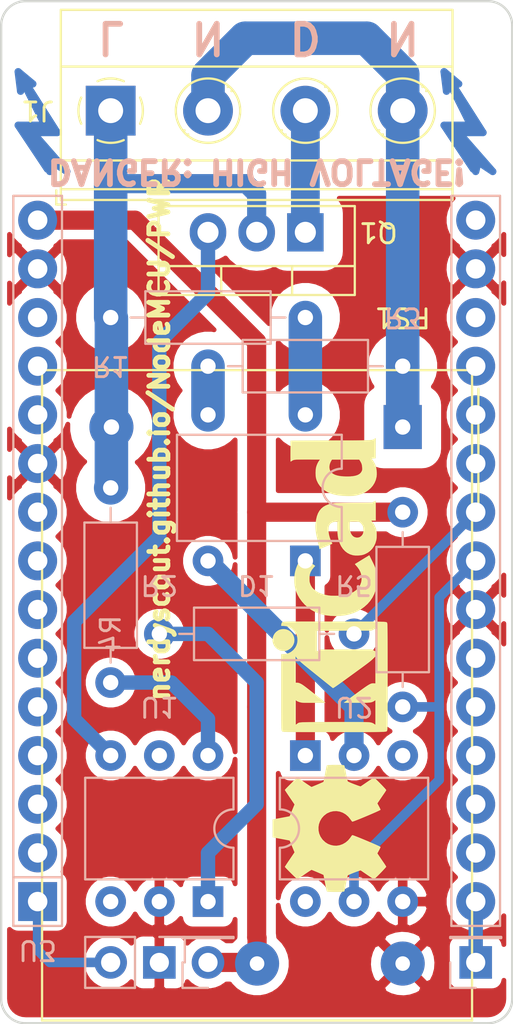
<source format=kicad_pcb>
(kicad_pcb (version 20171130) (host pcbnew 5.1.5-52549c5~86~ubuntu18.04.1)

  (general
    (thickness 1.6)
    (drawings 16)
    (tracks 59)
    (zones 0)
    (modules 19)
    (nets 17)
  )

  (page A4)
  (title_block
    (title NodeMCU_PWR)
    (date 2020-03-29)
    (company https://nerdyscout.github.io/NodeMCU/PWR)
  )

  (layers
    (0 F.Cu mixed)
    (31 B.Cu mixed)
    (32 B.Adhes user)
    (33 F.Adhes user)
    (34 B.Paste user)
    (35 F.Paste user)
    (36 B.SilkS user)
    (37 F.SilkS user)
    (38 B.Mask user)
    (39 F.Mask user)
    (40 Dwgs.User user hide)
    (41 Cmts.User user hide)
    (42 Eco1.User user hide)
    (43 Eco2.User user hide)
    (44 Edge.Cuts user)
    (45 Margin user hide)
    (46 B.CrtYd user)
    (47 F.CrtYd user hide)
    (48 B.Fab user hide)
    (49 F.Fab user hide)
  )

  (setup
    (last_trace_width 0.75)
    (user_trace_width 0.25)
    (user_trace_width 0.5)
    (user_trace_width 0.75)
    (user_trace_width 1)
    (user_trace_width 1.5)
    (user_trace_width 1.75)
    (trace_clearance 0.5)
    (zone_clearance 0.25)
    (zone_45_only no)
    (trace_min 0.2)
    (via_size 0.8)
    (via_drill 0.4)
    (via_min_size 0.4)
    (via_min_drill 0.3)
    (uvia_size 0.3)
    (uvia_drill 0.1)
    (uvias_allowed no)
    (uvia_min_size 0.2)
    (uvia_min_drill 0.1)
    (edge_width 0.05)
    (segment_width 0.2)
    (pcb_text_width 0.3)
    (pcb_text_size 1.5 1.5)
    (mod_edge_width 0.12)
    (mod_text_size 1 1)
    (mod_text_width 0.15)
    (pad_size 1.7 1.7)
    (pad_drill 1)
    (pad_to_mask_clearance 0.2)
    (solder_mask_min_width 0.25)
    (aux_axis_origin 0 0)
    (grid_origin 101.6 101.6)
    (visible_elements FFFFFF7F)
    (pcbplotparams
      (layerselection 0x3d0ff_ffffffff)
      (usegerberextensions false)
      (usegerberattributes false)
      (usegerberadvancedattributes false)
      (creategerberjobfile false)
      (excludeedgelayer true)
      (linewidth 0.100000)
      (plotframeref false)
      (viasonmask false)
      (mode 1)
      (useauxorigin false)
      (hpglpennumber 1)
      (hpglpenspeed 20)
      (hpglpendiameter 15.000000)
      (psnegative false)
      (psa4output false)
      (plotreference true)
      (plotvalue true)
      (plotinvisibletext false)
      (padsonsilk false)
      (subtractmaskfromsilk false)
      (outputformat 1)
      (mirror false)
      (drillshape 0)
      (scaleselection 1)
      (outputdirectory "gerber"))
  )

  (net 0 "")
  (net 1 GND)
  (net 2 NEUT)
  (net 3 VAC)
  (net 4 "Net-(D1-Pad1)")
  (net 5 "Net-(D1-Pad3)")
  (net 6 "Net-(D1-Pad2)")
  (net 7 "Net-(D1-Pad4)")
  (net 8 "Net-(Q1-Pad3)")
  (net 9 "Net-(R2-Pad2)")
  (net 10 "Net-(R4-Pad1)")
  (net 11 zero)
  (net 12 dim)
  (net 13 +5V)
  (net 14 "Net-(J1-Pad3)")
  (net 15 "Net-(J3-Pad2)")
  (net 16 "Net-(J2-Pad1)")

  (net_class Default "This is the default net class."
    (clearance 0.5)
    (trace_width 0.75)
    (via_dia 0.8)
    (via_drill 0.4)
    (uvia_dia 0.3)
    (uvia_drill 0.1)
    (add_net "Net-(D1-Pad1)")
    (add_net "Net-(D1-Pad2)")
    (add_net "Net-(J2-Pad1)")
    (add_net "Net-(J3-Pad2)")
    (add_net "Net-(Q1-Pad3)")
    (add_net "Net-(R2-Pad2)")
    (add_net "Net-(R4-Pad1)")
    (add_net dim)
    (add_net zero)
  )

  (net_class ac ""
    (clearance 1)
    (trace_width 1.75)
    (via_dia 1)
    (via_drill 0.5)
    (uvia_dia 0.3)
    (uvia_drill 0.1)
    (add_net NEUT)
    (add_net "Net-(D1-Pad3)")
    (add_net "Net-(D1-Pad4)")
    (add_net "Net-(J1-Pad3)")
    (add_net VAC)
  )

  (net_class power ""
    (clearance 0.5)
    (trace_width 1)
    (via_dia 1)
    (via_drill 0.4)
    (uvia_dia 0.3)
    (uvia_drill 0.1)
    (add_net +5V)
    (add_net GND)
  )

  (module Package_DIP:DIP-6_W7.62mm (layer B.Cu) (tedit 5A02E8C5) (tstamp 5BEE5A02)
    (at 142.24 114.3 270)
    (descr "6-lead though-hole mounted DIP package, row spacing 7.62 mm (300 mils)")
    (tags "THT DIP DIL PDIP 2.54mm 7.62mm 300mil")
    (path /5B9C0B9F)
    (fp_text reference U2 (at -2.54 -2.54 180 unlocked) (layer B.SilkS)
      (effects (font (size 1 1) (thickness 0.15)) (justify mirror))
    )
    (fp_text value 4N25 (at 3.81 -7.41 270) (layer B.Fab)
      (effects (font (size 1 1) (thickness 0.15)) (justify mirror))
    )
    (fp_text user %R (at 3.81 -2.54 270) (layer B.Fab)
      (effects (font (size 1 1) (thickness 0.15)) (justify mirror))
    )
    (fp_line (start 8.7 1.55) (end -1.1 1.55) (layer B.CrtYd) (width 0.05))
    (fp_line (start 8.7 -6.6) (end 8.7 1.55) (layer B.CrtYd) (width 0.05))
    (fp_line (start -1.1 -6.6) (end 8.7 -6.6) (layer B.CrtYd) (width 0.05))
    (fp_line (start -1.1 1.55) (end -1.1 -6.6) (layer B.CrtYd) (width 0.05))
    (fp_line (start 6.46 1.33) (end 4.81 1.33) (layer B.SilkS) (width 0.12))
    (fp_line (start 6.46 -6.41) (end 6.46 1.33) (layer B.SilkS) (width 0.12))
    (fp_line (start 1.16 -6.41) (end 6.46 -6.41) (layer B.SilkS) (width 0.12))
    (fp_line (start 1.16 1.33) (end 1.16 -6.41) (layer B.SilkS) (width 0.12))
    (fp_line (start 2.81 1.33) (end 1.16 1.33) (layer B.SilkS) (width 0.12))
    (fp_line (start 0.635 0.27) (end 1.635 1.27) (layer B.Fab) (width 0.1))
    (fp_line (start 0.635 -6.35) (end 0.635 0.27) (layer B.Fab) (width 0.1))
    (fp_line (start 6.985 -6.35) (end 0.635 -6.35) (layer B.Fab) (width 0.1))
    (fp_line (start 6.985 1.27) (end 6.985 -6.35) (layer B.Fab) (width 0.1))
    (fp_line (start 1.635 1.27) (end 6.985 1.27) (layer B.Fab) (width 0.1))
    (fp_arc (start 3.81 1.33) (end 2.81 1.33) (angle 180) (layer B.SilkS) (width 0.12))
    (pad 6 thru_hole oval (at 7.62 0 270) (size 1.6 1.6) (drill 0.8) (layers *.Cu *.Mask))
    (pad 3 thru_hole oval (at 0 -5.08 270) (size 1.6 1.6) (drill 0.8) (layers *.Cu *.Mask))
    (pad 5 thru_hole oval (at 7.62 -2.54 270) (size 1.6 1.6) (drill 0.8) (layers *.Cu *.Mask)
      (net 11 zero))
    (pad 2 thru_hole oval (at 0 -2.54 270) (size 1.6 1.6) (drill 0.8) (layers *.Cu *.Mask)
      (net 6 "Net-(D1-Pad2)"))
    (pad 4 thru_hole oval (at 7.62 -5.08 270) (size 1.6 1.6) (drill 0.8) (layers *.Cu *.Mask)
      (net 1 GND))
    (pad 1 thru_hole rect (at 0 0 270) (size 1.6 1.6) (drill 0.8) (layers *.Cu *.Mask)
      (net 4 "Net-(D1-Pad1)"))
    (model ${KISYS3DMOD}/Package_DIP.3dshapes/DIP-6_W7.62mm.wrl
      (at (xyz 0 0 0))
      (scale (xyz 1 1 1))
      (rotate (xyz 0 0 0))
    )
  )

  (module Connector_PinHeader_2.54mm:PinHeader_1x01_P2.54mm_Vertical (layer B.Cu) (tedit 59FED5CC) (tstamp 5C43C790)
    (at 151.13 125.095)
    (descr "Through hole straight pin header, 1x01, 2.54mm pitch, single row")
    (tags "Through hole pin header THT 1x01 2.54mm single row")
    (path /5C44016A)
    (fp_text reference J2 (at 0 2.33) (layer B.SilkS) hide
      (effects (font (size 1 1) (thickness 0.15)) (justify mirror))
    )
    (fp_text value Conn_01x01 (at 0 -2.33) (layer B.Fab)
      (effects (font (size 1 1) (thickness 0.15)) (justify mirror))
    )
    (fp_text user %R (at 0 0 -90) (layer B.Fab)
      (effects (font (size 1 1) (thickness 0.15)) (justify mirror))
    )
    (fp_line (start 1.8 1.8) (end -1.8 1.8) (layer B.CrtYd) (width 0.05))
    (fp_line (start 1.8 -1.8) (end 1.8 1.8) (layer B.CrtYd) (width 0.05))
    (fp_line (start -1.8 -1.8) (end 1.8 -1.8) (layer B.CrtYd) (width 0.05))
    (fp_line (start -1.8 1.8) (end -1.8 -1.8) (layer B.CrtYd) (width 0.05))
    (fp_line (start -1.33 1.33) (end 0 1.33) (layer B.SilkS) (width 0.12))
    (fp_line (start -1.33 0) (end -1.33 1.33) (layer B.SilkS) (width 0.12))
    (fp_line (start -1.33 -1.27) (end 1.33 -1.27) (layer B.SilkS) (width 0.12))
    (fp_line (start 1.33 -1.27) (end 1.33 -1.33) (layer B.SilkS) (width 0.12))
    (fp_line (start -1.33 -1.27) (end -1.33 -1.33) (layer B.SilkS) (width 0.12))
    (fp_line (start -1.33 -1.33) (end 1.33 -1.33) (layer B.SilkS) (width 0.12))
    (fp_line (start -1.27 0.635) (end -0.635 1.27) (layer B.Fab) (width 0.1))
    (fp_line (start -1.27 -1.27) (end -1.27 0.635) (layer B.Fab) (width 0.1))
    (fp_line (start 1.27 -1.27) (end -1.27 -1.27) (layer B.Fab) (width 0.1))
    (fp_line (start 1.27 1.27) (end 1.27 -1.27) (layer B.Fab) (width 0.1))
    (fp_line (start -0.635 1.27) (end 1.27 1.27) (layer B.Fab) (width 0.1))
    (pad 1 thru_hole rect (at 0 0) (size 1.7 1.7) (drill 1) (layers *.Cu *.Mask)
      (net 16 "Net-(J2-Pad1)"))
  )

  (module Connector_PinHeader_2.54mm:PinHeader_1x01_P2.54mm_Vertical (layer B.Cu) (tedit 5C437CB6) (tstamp 5C443992)
    (at 137.16 125.095)
    (descr "Through hole straight pin header, 1x01, 2.54mm pitch, single row")
    (tags "Through hole pin header THT 1x01 2.54mm single row")
    (path /5C443EDC)
    (fp_text reference J5 (at 0 2.33) (layer B.SilkS) hide
      (effects (font (size 1 1) (thickness 0.15)) (justify mirror))
    )
    (fp_text value Conn_01x01 (at 0 -2.33) (layer B.Fab)
      (effects (font (size 1 1) (thickness 0.15)) (justify mirror))
    )
    (fp_text user %R (at 0 0 -90) (layer B.Fab)
      (effects (font (size 1 1) (thickness 0.15)) (justify mirror))
    )
    (fp_line (start 1.8 1.8) (end -1.8 1.8) (layer B.CrtYd) (width 0.05))
    (fp_line (start 1.8 -1.8) (end 1.8 1.8) (layer B.CrtYd) (width 0.05))
    (fp_line (start -1.8 -1.8) (end 1.8 -1.8) (layer B.CrtYd) (width 0.05))
    (fp_line (start -1.8 1.8) (end -1.8 -1.8) (layer B.CrtYd) (width 0.05))
    (fp_line (start -1.33 1.33) (end 0 1.33) (layer B.SilkS) (width 0.12))
    (fp_line (start -1.33 0) (end -1.33 1.33) (layer B.SilkS) (width 0.12))
    (fp_line (start -1.33 -1.27) (end 1.33 -1.27) (layer B.SilkS) (width 0.12))
    (fp_line (start 1.33 -1.27) (end 1.33 -1.33) (layer B.SilkS) (width 0.12))
    (fp_line (start -1.33 -1.27) (end -1.33 -1.33) (layer B.SilkS) (width 0.12))
    (fp_line (start -1.33 -1.33) (end 1.33 -1.33) (layer B.SilkS) (width 0.12))
    (fp_line (start -1.27 0.635) (end -0.635 1.27) (layer B.Fab) (width 0.1))
    (fp_line (start -1.27 -1.27) (end -1.27 0.635) (layer B.Fab) (width 0.1))
    (fp_line (start 1.27 -1.27) (end -1.27 -1.27) (layer B.Fab) (width 0.1))
    (fp_line (start 1.27 1.27) (end 1.27 -1.27) (layer B.Fab) (width 0.1))
    (fp_line (start -0.635 1.27) (end 1.27 1.27) (layer B.Fab) (width 0.1))
    (pad 1 thru_hole circle (at 0 0) (size 1.7 1.7) (drill 1) (layers *.Cu *.Mask)
      (net 13 +5V))
  )

  (module Module:NodeMCU_Amica_WithMountingHoles (layer B.Cu) (tedit 5C43762A) (tstamp 5B6C17BE)
    (at 128.27 121.92)
    (descr "NodeMCU ESP866")
    (tags "NodeMCU ESP866")
    (path /5B6B53D8)
    (fp_text reference U3 (at 0 2.54 180 unlocked) (layer B.SilkS)
      (effects (font (size 1 1) (thickness 0.15)) (justify mirror))
    )
    (fp_text value "NodeMCU1.0(ESP-12E)" (at 11.43 -17.78) (layer B.Fab)
      (effects (font (size 1 1) (thickness 0.15)) (justify mirror))
    )
    (fp_line (start -0.127 6.096) (end -1.143 5.08) (layer B.Fab) (width 0.1))
    (fp_text user %R (at 11.43 -15.24) (layer B.Fab)
      (effects (font (size 1 1) (thickness 0.15)) (justify mirror))
    )
    (fp_line (start 24.003 6.096) (end -0.127 6.096) (layer B.Fab) (width 0.1))
    (fp_line (start 24.003 -42.164) (end 24.003 6.096) (layer B.Fab) (width 0.1))
    (fp_line (start -1.143 -42.164) (end 24.003 -42.164) (layer B.Fab) (width 0.1))
    (fp_line (start -1.143 5.08) (end -1.143 -42.164) (layer B.Fab) (width 0.1))
    (fp_line (start 1.27 1.27) (end -1.27 1.27) (layer B.SilkS) (width 0.12))
    (fp_line (start 24.13 -36.83) (end 24.13 1.27) (layer B.SilkS) (width 0.12))
    (fp_line (start 24.13 1.27) (end 21.59 1.27) (layer B.SilkS) (width 0.12))
    (fp_line (start 21.59 1.27) (end 21.59 -36.83) (layer B.SilkS) (width 0.12))
    (fp_line (start 21.59 -36.83) (end 24.13 -36.83) (layer B.SilkS) (width 0.12))
    (fp_line (start 1.27 -1.27) (end -1.27 -1.27) (layer B.SilkS) (width 0.12))
    (fp_line (start 1.27 -36.83) (end 1.27 1.27) (layer B.SilkS) (width 0.12))
    (fp_line (start -1.27 -36.83) (end 1.27 -36.83) (layer B.SilkS) (width 0.12))
    (fp_line (start -1.27 1.27) (end -1.27 -36.83) (layer B.SilkS) (width 0.12))
    (fp_line (start -1.8 6.2) (end 24.6 6.2) (layer B.CrtYd) (width 0.05))
    (fp_line (start 24.6 6.2) (end 24.6 -42.4) (layer B.CrtYd) (width 0.05))
    (fp_line (start 24.6 -42.4) (end -1.8 -42.4) (layer B.CrtYd) (width 0.05))
    (fp_line (start -1.8 -42.4) (end -1.8 6.2) (layer B.CrtYd) (width 0.05))
    (fp_text user D0 (at 20.32 0) (layer B.SilkS) hide
      (effects (font (size 1 1) (thickness 0.15)) (justify mirror))
    )
    (fp_text user D1 (at 20.32 -2.54) (layer B.SilkS) hide
      (effects (font (size 1 1) (thickness 0.15)) (justify mirror))
    )
    (fp_text user D2 (at 20.32 -5.08) (layer B.SilkS) hide
      (effects (font (size 1 1) (thickness 0.15)) (justify mirror))
    )
    (fp_text user D3 (at 20.32 -7.62) (layer B.SilkS) hide
      (effects (font (size 1 1) (thickness 0.15)) (justify mirror))
    )
    (fp_text user D4 (at 20.32 -10.16) (layer B.SilkS) hide
      (effects (font (size 1 1) (thickness 0.15)) (justify mirror))
    )
    (fp_text user 3V (at 20.32 -12.7) (layer B.SilkS) hide
      (effects (font (size 1 1) (thickness 0.15)) (justify mirror))
    )
    (fp_text user G (at 20.32 -15.24) (layer B.SilkS) hide
      (effects (font (size 1 1) (thickness 0.15)) (justify mirror))
    )
    (fp_text user D5 (at 20.32 -17.78) (layer B.SilkS) hide
      (effects (font (size 1 1) (thickness 0.15)) (justify mirror))
    )
    (fp_text user D6 (at 20.32 -20.32) (layer B.SilkS) hide
      (effects (font (size 1 1) (thickness 0.15)) (justify mirror))
    )
    (fp_text user D7 (at 20.32 -22.86) (layer B.SilkS) hide
      (effects (font (size 1 1) (thickness 0.15)) (justify mirror))
    )
    (fp_text user D8 (at 20.32 -25.4) (layer B.SilkS) hide
      (effects (font (size 1 1) (thickness 0.15)) (justify mirror))
    )
    (fp_text user RX (at 20.32 -27.94) (layer B.SilkS) hide
      (effects (font (size 1 1) (thickness 0.15)) (justify mirror))
    )
    (fp_text user TX (at 20.32 -30.48) (layer B.SilkS) hide
      (effects (font (size 1 1) (thickness 0.15)) (justify mirror))
    )
    (fp_text user G (at 20.32 -33.02) (layer B.SilkS) hide
      (effects (font (size 1 1) (thickness 0.15)) (justify mirror))
    )
    (fp_text user 3V (at 20.32 -35.56) (layer B.SilkS) hide
      (effects (font (size 1 1) (thickness 0.15)) (justify mirror))
    )
    (fp_text user A0 (at 2.54 0) (layer B.SilkS) hide
      (effects (font (size 1 1) (thickness 0.15)) (justify mirror))
    )
    (fp_text user G (at 2.54 -2.54) (layer B.SilkS) hide
      (effects (font (size 1 1) (thickness 0.15)) (justify mirror))
    )
    (fp_text user VU (at 2.54 -5.08) (layer B.SilkS) hide
      (effects (font (size 1 1) (thickness 0.15)) (justify mirror))
    )
    (fp_text user S3 (at 2.54 -7.62) (layer B.SilkS) hide
      (effects (font (size 1 1) (thickness 0.15)) (justify mirror))
    )
    (fp_text user S2 (at 2.54 -10.16) (layer B.SilkS) hide
      (effects (font (size 1 1) (thickness 0.15)) (justify mirror))
    )
    (fp_text user S1 (at 2.54 -12.7) (layer B.SilkS) hide
      (effects (font (size 1 1) (thickness 0.15)) (justify mirror))
    )
    (fp_text user SC (at 2.54 -15.24) (layer B.SilkS) hide
      (effects (font (size 1 1) (thickness 0.15)) (justify mirror))
    )
    (fp_text user SO (at 2.54 -17.78) (layer B.SilkS) hide
      (effects (font (size 1 1) (thickness 0.15)) (justify mirror))
    )
    (fp_text user SK (at 2.54 -20.32) (layer B.SilkS) hide
      (effects (font (size 1 1) (thickness 0.15)) (justify mirror))
    )
    (fp_text user G (at 2.54 -22.86) (layer B.SilkS) hide
      (effects (font (size 1 1) (thickness 0.15)) (justify mirror))
    )
    (fp_text user 3V (at 2.54 -25.4) (layer B.SilkS) hide
      (effects (font (size 1 1) (thickness 0.15)) (justify mirror))
    )
    (fp_text user EN (at 2.54 -27.94) (layer B.SilkS) hide
      (effects (font (size 1 1) (thickness 0.15)) (justify mirror))
    )
    (fp_text user RST (at 2.54 -30.48) (layer B.SilkS) hide
      (effects (font (size 1 1) (thickness 0.15)) (justify mirror))
    )
    (fp_text user G (at 2.54 -33.02) (layer B.SilkS) hide
      (effects (font (size 1 1) (thickness 0.15)) (justify mirror))
    )
    (fp_text user VIN (at 2.54 -35.56) (layer B.SilkS) hide
      (effects (font (size 1 1) (thickness 0.15)) (justify mirror))
    )
    (pad 29 thru_hole circle (at 22.86 -2.54) (size 2.032 2.032) (drill 1.016) (layers *.Cu *.Mask))
    (pad 27 thru_hole circle (at 22.86 -7.62) (size 2.032 2.032) (drill 1.016) (layers *.Cu *.Mask))
    (pad 28 thru_hole circle (at 22.86 -5.08) (size 2.032 2.032) (drill 1.016) (layers *.Cu *.Mask))
    (pad 20 thru_hole circle (at 22.86 -25.4) (size 2.032 2.032) (drill 1.016) (layers *.Cu *.Mask))
    (pad 21 thru_hole circle (at 22.86 -22.86) (size 2.032 2.032) (drill 1.016) (layers *.Cu *.Mask))
    (pad 23 thru_hole circle (at 22.86 -17.78) (size 2.032 2.032) (drill 1.016) (layers *.Cu *.Mask)
      (net 11 zero))
    (pad 22 thru_hole circle (at 22.86 -20.32) (size 2.032 2.032) (drill 1.016) (layers *.Cu *.Mask)
      (net 12 dim))
    (pad 16 thru_hole circle (at 22.86 -35.56) (size 2.032 2.032) (drill 1.016) (layers *.Cu *.Mask))
    (pad 24 thru_hole circle (at 22.86 -15.24) (size 2.032 2.032) (drill 1.016) (layers *.Cu *.Mask)
      (net 1 GND))
    (pad 26 thru_hole circle (at 22.86 -10.16) (size 2.032 2.032) (drill 1.016) (layers *.Cu *.Mask))
    (pad 25 thru_hole circle (at 22.86 -12.7) (size 2.032 2.032) (drill 1.016) (layers *.Cu *.Mask))
    (pad 19 thru_hole circle (at 22.86 -27.94) (size 2.032 2.032) (drill 1.016) (layers *.Cu *.Mask))
    (pad 17 thru_hole circle (at 22.86 -33.02) (size 2.032 2.032) (drill 1.016) (layers *.Cu *.Mask)
      (net 1 GND))
    (pad 18 thru_hole circle (at 22.86 -30.48) (size 2.032 2.032) (drill 1.016) (layers *.Cu *.Mask))
    (pad 30 thru_hole circle (at 22.86 0) (size 2.032 2.032) (drill 1.016) (layers *.Cu *.Mask)
      (net 16 "Net-(J2-Pad1)"))
    (pad 15 thru_hole circle (at 0 -35.56) (size 2.032 2.032) (drill 1.016) (layers *.Cu *.Mask)
      (net 13 +5V))
    (pad 14 thru_hole circle (at 0 -33.02) (size 2.032 2.032) (drill 1.016) (layers *.Cu *.Mask)
      (net 1 GND))
    (pad 13 thru_hole circle (at 0 -30.48) (size 2.032 2.032) (drill 1.016) (layers *.Cu *.Mask))
    (pad 12 thru_hole circle (at 0 -27.94) (size 2.032 2.032) (drill 1.016) (layers *.Cu *.Mask))
    (pad 11 thru_hole circle (at 0 -25.4) (size 2.032 2.032) (drill 1.016) (layers *.Cu *.Mask))
    (pad 10 thru_hole circle (at 0 -22.86) (size 2.032 2.032) (drill 1.016) (layers *.Cu *.Mask)
      (net 1 GND))
    (pad 9 thru_hole circle (at 0 -20.32) (size 2.032 2.032) (drill 1.016) (layers *.Cu *.Mask))
    (pad 8 thru_hole circle (at 0 -17.78) (size 2.032 2.032) (drill 1.016) (layers *.Cu *.Mask))
    (pad 7 thru_hole circle (at 0 -15.24) (size 2.032 2.032) (drill 1.016) (layers *.Cu *.Mask))
    (pad 6 thru_hole circle (at 0 -12.7) (size 2.032 2.032) (drill 1.016) (layers *.Cu *.Mask))
    (pad 5 thru_hole circle (at 0 -10.16) (size 2.032 2.032) (drill 1.016) (layers *.Cu *.Mask))
    (pad 4 thru_hole circle (at 0 -7.62) (size 2.032 2.032) (drill 1.016) (layers *.Cu *.Mask))
    (pad 3 thru_hole circle (at 0 -5.08) (size 2.032 2.032) (drill 1.016) (layers *.Cu *.Mask))
    (pad 2 thru_hole circle (at 0 -2.54) (size 2.032 2.032) (drill 1.016) (layers *.Cu *.Mask))
    (pad 1 thru_hole rect (at 0 0) (size 2.032 2.032) (drill 1.016) (layers *.Cu *.Mask)
      (net 15 "Net-(J3-Pad2)"))
    (model ${KISYS3DMOD}/Module.3dshapes/NodeMCU_Amica.wrl
      (at (xyz 0 0 0))
      (scale (xyz 1 1 1))
      (rotate (xyz 0 0 0))
    )
  )

  (module Connector_PinSocket_2.54mm:PinSocket_1x02_P2.54mm_Vertical (layer B.Cu) (tedit 5A19A420) (tstamp 5C4377CF)
    (at 134.62 125.095 90)
    (descr "Through hole straight socket strip, 1x02, 2.54mm pitch, single row (from Kicad 4.0.7), script generated")
    (tags "Through hole socket strip THT 1x02 2.54mm single row")
    (path /5C438B5D)
    (fp_text reference J3 (at 0 2.77 90) (layer B.SilkS) hide
      (effects (font (size 1 1) (thickness 0.15)) (justify mirror))
    )
    (fp_text value Conn_01x02 (at 0 -5.31 90) (layer B.Fab)
      (effects (font (size 1 1) (thickness 0.15)) (justify mirror))
    )
    (fp_text user %R (at 0 -1.27) (layer B.Fab)
      (effects (font (size 1 1) (thickness 0.15)) (justify mirror))
    )
    (fp_line (start -1.8 -4.3) (end -1.8 1.8) (layer B.CrtYd) (width 0.05))
    (fp_line (start 1.75 -4.3) (end -1.8 -4.3) (layer B.CrtYd) (width 0.05))
    (fp_line (start 1.75 1.8) (end 1.75 -4.3) (layer B.CrtYd) (width 0.05))
    (fp_line (start -1.8 1.8) (end 1.75 1.8) (layer B.CrtYd) (width 0.05))
    (fp_line (start 0 1.33) (end 1.33 1.33) (layer B.SilkS) (width 0.12))
    (fp_line (start 1.33 1.33) (end 1.33 0) (layer B.SilkS) (width 0.12))
    (fp_line (start 1.33 -1.27) (end 1.33 -3.87) (layer B.SilkS) (width 0.12))
    (fp_line (start -1.33 -3.87) (end 1.33 -3.87) (layer B.SilkS) (width 0.12))
    (fp_line (start -1.33 -1.27) (end -1.33 -3.87) (layer B.SilkS) (width 0.12))
    (fp_line (start -1.33 -1.27) (end 1.33 -1.27) (layer B.SilkS) (width 0.12))
    (fp_line (start -1.27 -3.81) (end -1.27 1.27) (layer B.Fab) (width 0.1))
    (fp_line (start 1.27 -3.81) (end -1.27 -3.81) (layer B.Fab) (width 0.1))
    (fp_line (start 1.27 0.635) (end 1.27 -3.81) (layer B.Fab) (width 0.1))
    (fp_line (start 0.635 1.27) (end 1.27 0.635) (layer B.Fab) (width 0.1))
    (fp_line (start -1.27 1.27) (end 0.635 1.27) (layer B.Fab) (width 0.1))
    (pad 2 thru_hole oval (at 0 -2.54 90) (size 1.7 1.7) (drill 1) (layers *.Cu *.Mask)
      (net 15 "Net-(J3-Pad2)"))
    (pad 1 thru_hole rect (at 0 0 90) (size 1.7 1.7) (drill 1) (layers *.Cu *.Mask)
      (net 1 GND))
  )

  (module Converter_ACDC:Converter_ACDC_MeanWell_IRM-02-xx_THT (layer F.Cu) (tedit 59FEFB72) (tstamp 5C54E8BC)
    (at 147.32 97.155 270)
    (descr "ACDC-Converter, 2W, Meanwell, IRM-02, THT, https://www.meanwell.co.uk/media/productPDF/IRM-02-spec.pdf")
    (tags "ACDC-Converter 2W THT")
    (path /5B9C1D83)
    (fp_text reference PS1 (at -5.715 0 180 unlocked) (layer F.SilkS)
      (effects (font (size 1 1) (thickness 0.15)))
    )
    (fp_text value IRM-02-5 (at 15.14 20.15 270) (layer F.Fab)
      (effects (font (size 1 1) (thickness 0.15)))
    )
    (fp_line (start -2 -3.95) (end 4 -3.95) (layer F.SilkS) (width 0.12))
    (fp_line (start 1 -3.5) (end 0 -2.5) (layer F.Fab) (width 0.1))
    (fp_line (start 0 -2.5) (end -1 -3.5) (layer F.Fab) (width 0.1))
    (fp_line (start -1 -3.5) (end -2.85 -3.5) (layer F.Fab) (width 0.1))
    (fp_text user %R (at 14.03 7.47 270) (layer F.Fab)
      (effects (font (size 1 1) (thickness 0.15)))
    )
    (fp_line (start 1 -3.5) (end 30.85 -3.5) (layer F.Fab) (width 0.1))
    (fp_line (start -2.85 18.7) (end -2.85 -3.5) (layer F.Fab) (width 0.1))
    (fp_line (start 30.85 18.7) (end 30.85 -3.5) (layer F.Fab) (width 0.1))
    (fp_line (start -2.85 18.7) (end 30.85 18.7) (layer F.Fab) (width 0.1))
    (fp_line (start -2.97 18.82) (end 30.97 18.82) (layer F.SilkS) (width 0.12))
    (fp_line (start -2.97 -3.62) (end 30.97 -3.62) (layer F.SilkS) (width 0.12))
    (fp_line (start 30.97 -3.62) (end 30.97 18.82) (layer F.SilkS) (width 0.12))
    (fp_line (start -2.97 18.82) (end -2.97 -3.62) (layer F.SilkS) (width 0.12))
    (fp_line (start -3.1 18.95) (end 31.1 18.95) (layer F.CrtYd) (width 0.05))
    (fp_line (start 31.1 18.95) (end 31.1 -3.75) (layer F.CrtYd) (width 0.05))
    (fp_line (start -3.1 -3.75) (end 31.1 -3.75) (layer F.CrtYd) (width 0.05))
    (fp_line (start -3.1 18.95) (end -3.1 -3.75) (layer F.CrtYd) (width 0.05))
    (pad 4 thru_hole circle (at 28 7.6 270) (size 2.3 2.3) (drill 0.76) (layers *.Cu *.Mask)
      (net 13 +5V))
    (pad 2 thru_hole circle (at 0 15.2 270) (size 2.3 2.3) (drill 0.8) (layers *.Cu *.Mask)
      (net 3 VAC))
    (pad 1 thru_hole rect (at 0 0 270) (size 2.3 2) (drill 0.8) (layers *.Cu *.Mask)
      (net 2 NEUT))
    (pad 3 thru_hole circle (at 28 0 270) (size 2.3 2.3) (drill 0.76) (layers *.Cu *.Mask)
      (net 1 GND))
    (model ${KISYS3DMOD}/Converter_ACDC.3dshapes/Converter_ACDC_MeanWell_IRM-02-xx_THT.wrl
      (at (xyz 0 0 0))
      (scale (xyz 1 1 1))
      (rotate (xyz 0 0 0))
    )
  )

  (module Symbol:Symbol_Highvoltage_Type1_CopperTop_Small (layer B.Cu) (tedit 0) (tstamp 5BDB700B)
    (at 127.635 80.645)
    (descr "Symbol, Highvoltage, Type 1, Copper Top, Small,")
    (tags "Symbol, Highvoltage, Type 1, Copper Top, Small,")
    (path /5BDB32DB)
    (fp_text reference SYM2 (at 1.016 5.207) (layer B.SilkS) hide
      (effects (font (size 1 1) (thickness 0.15)) (justify mirror))
    )
    (fp_text value SYM_Flash_Small (at 0.508 -4.191) (layer B.Fab) hide
      (effects (font (size 1 1) (thickness 0.15)) (justify mirror))
    )
    (fp_line (start -0.127 -1.524) (end -0.254 -1.016) (layer B.Cu) (width 0.381))
    (fp_line (start 1.016 0.762) (end -0.127 -1.524) (layer B.Cu) (width 0.381))
    (fp_line (start -0.381 0.762) (end 1.016 0.762) (layer B.Cu) (width 0.381))
    (fp_line (start 1.143 3.048) (end -0.381 0.762) (layer B.Cu) (width 0.381))
    (fp_line (start 1.397 2.667) (end 1.27 3.175) (layer B.Cu) (width 0.381))
    (fp_line (start 2.159 3.175) (end 1.397 2.667) (layer B.Cu) (width 0.381))
    (fp_line (start 0.381 1.143) (end 2.159 3.175) (layer B.Cu) (width 0.381))
    (fp_line (start 1.651 1.143) (end 0.381 1.143) (layer B.Cu) (width 0.381))
    (fp_line (start -0.127 -1.651) (end 1.651 1.143) (layer B.Cu) (width 0.381))
    (fp_line (start 0.381 -1.397) (end -0.127 -1.651) (layer B.Cu) (width 0.381))
    (fp_line (start -0.381 -2.032) (end 0.381 -1.397) (layer B.Cu) (width 0.381))
    (fp_line (start -0.254 -1.016) (end -0.381 -2.032) (layer B.Cu) (width 0.381))
    (fp_line (start 0 0.889) (end 1.27 0.889) (layer B.Cu) (width 0.381))
    (fp_line (start 1.397 2.794) (end 0 0.889) (layer B.Cu) (width 0.381))
  )

  (module Symbol:Symbol_Highvoltage_Type1_CopperTop_Small (layer B.Cu) (tedit 0) (tstamp 5BDB6797)
    (at 149.86 80.645)
    (descr "Symbol, Highvoltage, Type 1, Copper Top, Small,")
    (tags "Symbol, Highvoltage, Type 1, Copper Top, Small,")
    (path /5B9BF702)
    (fp_text reference SYM1 (at 1.016 5.207) (layer B.SilkS) hide
      (effects (font (size 1 1) (thickness 0.15)) (justify mirror))
    )
    (fp_text value SYM_Flash_Small (at 0.508 -4.191) (layer B.Fab) hide
      (effects (font (size 1 1) (thickness 0.15)) (justify mirror))
    )
    (fp_line (start -0.127 -1.524) (end -0.254 -1.016) (layer B.Cu) (width 0.381))
    (fp_line (start 1.016 0.762) (end -0.127 -1.524) (layer B.Cu) (width 0.381))
    (fp_line (start -0.381 0.762) (end 1.016 0.762) (layer B.Cu) (width 0.381))
    (fp_line (start 1.143 3.048) (end -0.381 0.762) (layer B.Cu) (width 0.381))
    (fp_line (start 1.397 2.667) (end 1.27 3.175) (layer B.Cu) (width 0.381))
    (fp_line (start 2.159 3.175) (end 1.397 2.667) (layer B.Cu) (width 0.381))
    (fp_line (start 0.381 1.143) (end 2.159 3.175) (layer B.Cu) (width 0.381))
    (fp_line (start 1.651 1.143) (end 0.381 1.143) (layer B.Cu) (width 0.381))
    (fp_line (start -0.127 -1.651) (end 1.651 1.143) (layer B.Cu) (width 0.381))
    (fp_line (start 0.381 -1.397) (end -0.127 -1.651) (layer B.Cu) (width 0.381))
    (fp_line (start -0.381 -2.032) (end 0.381 -1.397) (layer B.Cu) (width 0.381))
    (fp_line (start -0.254 -1.016) (end -0.381 -2.032) (layer B.Cu) (width 0.381))
    (fp_line (start 0 0.889) (end 1.27 0.889) (layer B.Cu) (width 0.381))
    (fp_line (start 1.397 2.794) (end 0 0.889) (layer B.Cu) (width 0.381))
  )

  (module Symbol:KiCad-Logo_6mm_SilkScreen (layer F.Cu) (tedit 0) (tstamp 5BEEE545)
    (at 143.51 105.41 90)
    (descr "KiCad Logo")
    (tags "Logo KiCad")
    (path /5B72AEE2)
    (attr virtual)
    (fp_text reference LOGO2 (at 0 0 90) (layer F.SilkS) hide
      (effects (font (size 1 1) (thickness 0.15)))
    )
    (fp_text value Logo_Open_Hardware_Small (at 0.75 0 90) (layer F.Fab) hide
      (effects (font (size 1 1) (thickness 0.15)))
    )
    (fp_poly (pts (xy -2.726079 -2.96351) (xy -2.622973 -2.927762) (xy -2.526978 -2.871493) (xy -2.441247 -2.794712)
      (xy -2.36893 -2.697427) (xy -2.336445 -2.636108) (xy -2.308332 -2.55034) (xy -2.294705 -2.451323)
      (xy -2.296214 -2.349529) (xy -2.312969 -2.257286) (xy -2.358763 -2.144568) (xy -2.425168 -2.046793)
      (xy -2.508809 -1.965885) (xy -2.606312 -1.903768) (xy -2.7143 -1.862366) (xy -2.829399 -1.843603)
      (xy -2.948234 -1.849402) (xy -3.006811 -1.861794) (xy -3.120972 -1.906203) (xy -3.222365 -1.973967)
      (xy -3.308545 -2.062999) (xy -3.377066 -2.171209) (xy -3.382864 -2.183027) (xy -3.402904 -2.227372)
      (xy -3.415487 -2.26472) (xy -3.422319 -2.30412) (xy -3.425105 -2.354619) (xy -3.425568 -2.409567)
      (xy -3.424803 -2.475585) (xy -3.421352 -2.523311) (xy -3.413477 -2.561897) (xy -3.399443 -2.600494)
      (xy -3.38212 -2.638574) (xy -3.317505 -2.746672) (xy -3.237934 -2.834197) (xy -3.14656 -2.901159)
      (xy -3.046536 -2.947564) (xy -2.941012 -2.973419) (xy -2.833142 -2.978732) (xy -2.726079 -2.96351)) (layer F.SilkS) (width 0.01))
    (fp_poly (pts (xy 6.84227 -2.043175) (xy 6.959041 -2.042696) (xy 6.998729 -2.042455) (xy 7.544486 -2.038865)
      (xy 7.551351 0.054919) (xy 7.552258 0.338842) (xy 7.553062 0.59664) (xy 7.553815 0.829646)
      (xy 7.554569 1.039194) (xy 7.555375 1.226618) (xy 7.556285 1.39325) (xy 7.557351 1.540425)
      (xy 7.558624 1.669477) (xy 7.560156 1.781739) (xy 7.561998 1.878544) (xy 7.564203 1.961226)
      (xy 7.566822 2.031119) (xy 7.569906 2.089557) (xy 7.573508 2.137872) (xy 7.577678 2.1774)
      (xy 7.582469 2.209473) (xy 7.587931 2.235424) (xy 7.594118 2.256589) (xy 7.60108 2.274299)
      (xy 7.608869 2.289889) (xy 7.617537 2.304693) (xy 7.627135 2.320044) (xy 7.637715 2.337276)
      (xy 7.639884 2.340946) (xy 7.676268 2.403031) (xy 7.150431 2.399434) (xy 6.624594 2.395838)
      (xy 6.617729 2.280331) (xy 6.613992 2.224899) (xy 6.610097 2.192851) (xy 6.604811 2.180135)
      (xy 6.596903 2.182696) (xy 6.59027 2.190024) (xy 6.561374 2.216714) (xy 6.514279 2.251021)
      (xy 6.45562 2.288846) (xy 6.392031 2.32609) (xy 6.330149 2.358653) (xy 6.282634 2.380077)
      (xy 6.171316 2.415283) (xy 6.043596 2.440222) (xy 5.908901 2.453941) (xy 5.776663 2.455486)
      (xy 5.656308 2.443906) (xy 5.654326 2.443574) (xy 5.489641 2.40225) (xy 5.335479 2.336412)
      (xy 5.193328 2.247474) (xy 5.064675 2.136852) (xy 4.951007 2.005961) (xy 4.85381 1.856216)
      (xy 4.774572 1.689033) (xy 4.73143 1.56519) (xy 4.702979 1.461581) (xy 4.68188 1.361252)
      (xy 4.667488 1.258109) (xy 4.659158 1.146057) (xy 4.656245 1.019001) (xy 4.657535 0.915252)
      (xy 5.67065 0.915252) (xy 5.675444 1.089222) (xy 5.690568 1.238895) (xy 5.716485 1.365597)
      (xy 5.753663 1.470658) (xy 5.802565 1.555406) (xy 5.863658 1.621169) (xy 5.934177 1.667659)
      (xy 5.970871 1.685014) (xy 6.002696 1.695419) (xy 6.038177 1.700179) (xy 6.085841 1.700601)
      (xy 6.137189 1.698748) (xy 6.238169 1.689841) (xy 6.318035 1.672398) (xy 6.343135 1.663661)
      (xy 6.400448 1.637857) (xy 6.460897 1.605453) (xy 6.487297 1.589233) (xy 6.555946 1.544205)
      (xy 6.555946 0.116982) (xy 6.480432 0.071718) (xy 6.375121 0.020572) (xy 6.267525 -0.009676)
      (xy 6.161581 -0.019205) (xy 6.061224 -0.008193) (xy 5.970387 0.023181) (xy 5.893007 0.07474)
      (xy 5.868039 0.099488) (xy 5.807856 0.180577) (xy 5.759145 0.278734) (xy 5.721499 0.395643)
      (xy 5.694512 0.532985) (xy 5.677775 0.692444) (xy 5.670883 0.8757) (xy 5.67065 0.915252)
      (xy 4.657535 0.915252) (xy 4.658073 0.872067) (xy 4.669647 0.646053) (xy 4.69292 0.442192)
      (xy 4.728504 0.257513) (xy 4.777013 0.089048) (xy 4.83906 -0.066174) (xy 4.861201 -0.112192)
      (xy 4.950385 -0.262261) (xy 5.058159 -0.395623) (xy 5.18199 -0.510123) (xy 5.319342 -0.603611)
      (xy 5.467683 -0.673932) (xy 5.556604 -0.70294) (xy 5.643933 -0.72016) (xy 5.749011 -0.730406)
      (xy 5.863029 -0.733682) (xy 5.977177 -0.729991) (xy 6.082648 -0.71934) (xy 6.167334 -0.70263)
      (xy 6.268128 -0.66986) (xy 6.365822 -0.627721) (xy 6.451296 -0.580481) (xy 6.496789 -0.548419)
      (xy 6.528169 -0.524578) (xy 6.550142 -0.510061) (xy 6.555141 -0.508) (xy 6.55669 -0.521282)
      (xy 6.558135 -0.559337) (xy 6.559443 -0.619481) (xy 6.560583 -0.699027) (xy 6.561521 -0.795289)
      (xy 6.562226 -0.905581) (xy 6.562667 -1.027219) (xy 6.562811 -1.151115) (xy 6.56273 -1.309804)
      (xy 6.562335 -1.443592) (xy 6.561395 -1.55504) (xy 6.55968 -1.646705) (xy 6.556957 -1.721147)
      (xy 6.552997 -1.780925) (xy 6.547569 -1.828598) (xy 6.540441 -1.866726) (xy 6.531384 -1.897866)
      (xy 6.520167 -1.924579) (xy 6.506558 -1.949423) (xy 6.490328 -1.974957) (xy 6.48824 -1.978119)
      (xy 6.467306 -2.01119) (xy 6.454667 -2.033931) (xy 6.452973 -2.038728) (xy 6.466216 -2.040241)
      (xy 6.504002 -2.041472) (xy 6.563416 -2.042401) (xy 6.641542 -2.043008) (xy 6.735465 -2.043273)
      (xy 6.84227 -2.043175)) (layer F.SilkS) (width 0.01))
    (fp_poly (pts (xy 3.167505 -0.735771) (xy 3.235531 -0.730622) (xy 3.430163 -0.704727) (xy 3.602529 -0.663425)
      (xy 3.75347 -0.606147) (xy 3.883825 -0.532326) (xy 3.994434 -0.441392) (xy 4.086135 -0.332778)
      (xy 4.15977 -0.205915) (xy 4.213539 -0.068648) (xy 4.227187 -0.024863) (xy 4.239073 0.016141)
      (xy 4.249334 0.056569) (xy 4.258113 0.09863) (xy 4.265548 0.144531) (xy 4.27178 0.19648)
      (xy 4.27695 0.256685) (xy 4.281196 0.327352) (xy 4.28466 0.410689) (xy 4.287481 0.508905)
      (xy 4.2898 0.624205) (xy 4.291757 0.758799) (xy 4.293491 0.914893) (xy 4.295143 1.094695)
      (xy 4.296324 1.235676) (xy 4.30427 2.203622) (xy 4.355756 2.29677) (xy 4.380137 2.341645)
      (xy 4.39828 2.376501) (xy 4.406935 2.395054) (xy 4.407243 2.396311) (xy 4.394014 2.397749)
      (xy 4.356326 2.399074) (xy 4.297183 2.400249) (xy 4.219586 2.401237) (xy 4.126536 2.401999)
      (xy 4.021035 2.4025) (xy 3.906084 2.402701) (xy 3.892378 2.402703) (xy 3.377513 2.402703)
      (xy 3.377513 2.286) (xy 3.376635 2.23326) (xy 3.374292 2.192926) (xy 3.370921 2.1713)
      (xy 3.369431 2.169298) (xy 3.355804 2.177683) (xy 3.327757 2.199692) (xy 3.291303 2.230601)
      (xy 3.290485 2.231316) (xy 3.223962 2.280843) (xy 3.139948 2.330575) (xy 3.047937 2.375626)
      (xy 2.957421 2.41111) (xy 2.917567 2.423236) (xy 2.838255 2.438637) (xy 2.740935 2.448465)
      (xy 2.634516 2.45258) (xy 2.527907 2.450841) (xy 2.430017 2.443108) (xy 2.361513 2.431981)
      (xy 2.19352 2.382648) (xy 2.042281 2.312342) (xy 1.908782 2.221933) (xy 1.794006 2.112295)
      (xy 1.698937 1.984299) (xy 1.62456 1.838818) (xy 1.592474 1.750541) (xy 1.572365 1.664739)
      (xy 1.559038 1.561736) (xy 1.552872 1.451034) (xy 1.553074 1.434925) (xy 2.481648 1.434925)
      (xy 2.489348 1.517184) (xy 2.514989 1.585546) (xy 2.562378 1.64897) (xy 2.580579 1.667567)
      (xy 2.645282 1.717846) (xy 2.720066 1.750056) (xy 2.809662 1.765648) (xy 2.904012 1.766796)
      (xy 2.993501 1.759216) (xy 3.062018 1.744389) (xy 3.091775 1.733253) (xy 3.145408 1.702904)
      (xy 3.202235 1.660221) (xy 3.254082 1.612317) (xy 3.292778 1.566301) (xy 3.303054 1.549421)
      (xy 3.311042 1.525782) (xy 3.316721 1.488168) (xy 3.320356 1.432985) (xy 3.322211 1.35664)
      (xy 3.322594 1.283981) (xy 3.322335 1.19927) (xy 3.321287 1.138018) (xy 3.319045 1.096227)
      (xy 3.315206 1.069899) (xy 3.309365 1.055035) (xy 3.301118 1.047639) (xy 3.298567 1.046461)
      (xy 3.2764 1.042833) (xy 3.23268 1.039866) (xy 3.173311 1.037827) (xy 3.104196 1.036983)
      (xy 3.089189 1.036982) (xy 2.996805 1.038457) (xy 2.925432 1.042842) (xy 2.868719 1.050738)
      (xy 2.821872 1.06227) (xy 2.705669 1.106215) (xy 2.614543 1.160243) (xy 2.547705 1.225219)
      (xy 2.504365 1.302005) (xy 2.483734 1.391467) (xy 2.481648 1.434925) (xy 1.553074 1.434925)
      (xy 1.554244 1.342133) (xy 1.563532 1.244536) (xy 1.570777 1.205105) (xy 1.617039 1.058701)
      (xy 1.687384 0.923995) (xy 1.780484 0.80228) (xy 1.895012 0.694847) (xy 2.02964 0.602988)
      (xy 2.18304 0.527996) (xy 2.313459 0.482458) (xy 2.400623 0.458533) (xy 2.483996 0.439943)
      (xy 2.568976 0.426084) (xy 2.660965 0.416351) (xy 2.765362 0.410141) (xy 2.887568 0.406851)
      (xy 2.998055 0.405924) (xy 3.325677 0.405027) (xy 3.319401 0.306547) (xy 3.301579 0.199695)
      (xy 3.263667 0.107852) (xy 3.20728 0.03331) (xy 3.134031 -0.021636) (xy 3.069535 -0.048448)
      (xy 2.977123 -0.065346) (xy 2.867111 -0.067773) (xy 2.744656 -0.056622) (xy 2.614914 -0.03279)
      (xy 2.483042 0.00283) (xy 2.354198 0.049343) (xy 2.260566 0.091883) (xy 2.215517 0.113728)
      (xy 2.181156 0.128984) (xy 2.163681 0.134937) (xy 2.162733 0.134746) (xy 2.156703 0.121412)
      (xy 2.141645 0.086068) (xy 2.118977 0.032101) (xy 2.090115 -0.037104) (xy 2.056477 -0.11816)
      (xy 2.022284 -0.200882) (xy 1.885586 -0.532197) (xy 1.98282 -0.548167) (xy 2.024964 -0.55618)
      (xy 2.088319 -0.569639) (xy 2.167457 -0.587321) (xy 2.256951 -0.608004) (xy 2.351373 -0.630468)
      (xy 2.388973 -0.639597) (xy 2.551637 -0.677326) (xy 2.69405 -0.705612) (xy 2.821527 -0.725028)
      (xy 2.939384 -0.736146) (xy 3.052938 -0.739536) (xy 3.167505 -0.735771)) (layer F.SilkS) (width 0.01))
    (fp_poly (pts (xy 0.439962 -1.839501) (xy 0.588014 -1.823293) (xy 0.731452 -1.794282) (xy 0.87611 -1.750955)
      (xy 1.027824 -1.691799) (xy 1.192428 -1.6153) (xy 1.222071 -1.600483) (xy 1.290098 -1.566969)
      (xy 1.354256 -1.536792) (xy 1.408215 -1.512834) (xy 1.44564 -1.497976) (xy 1.451389 -1.496105)
      (xy 1.506486 -1.479598) (xy 1.259851 -1.120799) (xy 1.199552 -1.033107) (xy 1.144422 -0.952988)
      (xy 1.096336 -0.883164) (xy 1.057168 -0.826353) (xy 1.028794 -0.785277) (xy 1.013087 -0.762654)
      (xy 1.010536 -0.759072) (xy 1.000171 -0.766562) (xy 0.97466 -0.789082) (xy 0.938563 -0.822539)
      (xy 0.918642 -0.84145) (xy 0.805773 -0.931222) (xy 0.679014 -0.999439) (xy 0.569783 -1.036805)
      (xy 0.504214 -1.04854) (xy 0.422116 -1.055692) (xy 0.333144 -1.058126) (xy 0.246956 -1.055712)
      (xy 0.173205 -1.048317) (xy 0.143776 -1.042653) (xy 0.011133 -0.997018) (xy -0.108394 -0.927337)
      (xy -0.214717 -0.83374) (xy -0.307747 -0.716351) (xy -0.387395 -0.5753) (xy -0.453574 -0.410714)
      (xy -0.506194 -0.22272) (xy -0.537467 -0.061783) (xy -0.545626 0.009263) (xy -0.551185 0.101046)
      (xy -0.554198 0.206968) (xy -0.554719 0.320434) (xy -0.5528 0.434849) (xy -0.548497 0.543617)
      (xy -0.541863 0.640143) (xy -0.532951 0.717831) (xy -0.531021 0.729817) (xy -0.488501 0.922892)
      (xy -0.430567 1.093773) (xy -0.356867 1.243224) (xy -0.267049 1.372011) (xy -0.203293 1.441639)
      (xy -0.088714 1.536173) (xy 0.036942 1.606246) (xy 0.171557 1.651477) (xy 0.313011 1.671484)
      (xy 0.459183 1.665885) (xy 0.607955 1.6343) (xy 0.695911 1.603394) (xy 0.817629 1.541506)
      (xy 0.94308 1.452729) (xy 1.013353 1.392694) (xy 1.052811 1.357947) (xy 1.083812 1.332454)
      (xy 1.101458 1.32017) (xy 1.103648 1.319795) (xy 1.111524 1.332347) (xy 1.131932 1.365516)
      (xy 1.163132 1.416458) (xy 1.203386 1.482331) (xy 1.250957 1.560289) (xy 1.304104 1.64749)
      (xy 1.333687 1.696067) (xy 1.559648 2.067215) (xy 1.277527 2.206639) (xy 1.175522 2.256719)
      (xy 1.092889 2.29621) (xy 1.024578 2.327073) (xy 0.965537 2.351268) (xy 0.910714 2.370758)
      (xy 0.85506 2.387503) (xy 0.793523 2.403465) (xy 0.73454 2.417482) (xy 0.682115 2.428329)
      (xy 0.627288 2.436526) (xy 0.564572 2.442528) (xy 0.488477 2.44679) (xy 0.393516 2.449767)
      (xy 0.329513 2.451052) (xy 0.238192 2.45193) (xy 0.150627 2.451487) (xy 0.072612 2.449852)
      (xy 0.009942 2.447149) (xy -0.031587 2.443505) (xy -0.034048 2.443142) (xy -0.249697 2.396487)
      (xy -0.452207 2.325729) (xy -0.641505 2.230914) (xy -0.817521 2.112089) (xy -0.980184 1.9693)
      (xy -1.129422 1.802594) (xy -1.237504 1.654433) (xy -1.352566 1.460502) (xy -1.445577 1.255699)
      (xy -1.516987 1.038383) (xy -1.567244 0.806912) (xy -1.596799 0.559643) (xy -1.606111 0.308559)
      (xy -1.598452 0.06567) (xy -1.574387 -0.15843) (xy -1.533148 -0.367523) (xy -1.473973 -0.565387)
      (xy -1.396096 -0.755804) (xy -1.386797 -0.775532) (xy -1.284352 -0.959941) (xy -1.158528 -1.135424)
      (xy -1.012888 -1.29835) (xy -0.850999 -1.445086) (xy -0.676424 -1.571999) (xy -0.513756 -1.665095)
      (xy -0.349427 -1.738009) (xy -0.184749 -1.790826) (xy -0.013348 -1.824985) (xy 0.171153 -1.841922)
      (xy 0.281459 -1.84442) (xy 0.439962 -1.839501)) (layer F.SilkS) (width 0.01))
    (fp_poly (pts (xy -5.955743 -2.526311) (xy -5.69122 -2.526275) (xy -5.568088 -2.52627) (xy -3.597189 -2.52627)
      (xy -3.597189 -2.41009) (xy -3.584789 -2.268709) (xy -3.547364 -2.138316) (xy -3.484577 -2.018138)
      (xy -3.396094 -1.907398) (xy -3.366157 -1.877489) (xy -3.258466 -1.792652) (xy -3.139725 -1.730779)
      (xy -3.01346 -1.691841) (xy -2.883197 -1.67581) (xy -2.752465 -1.682658) (xy -2.624788 -1.712357)
      (xy -2.503695 -1.76488) (xy -2.392712 -1.840197) (xy -2.342868 -1.885637) (xy -2.249983 -1.997048)
      (xy -2.181873 -2.119565) (xy -2.139129 -2.251785) (xy -2.122347 -2.392308) (xy -2.122124 -2.406133)
      (xy -2.121244 -2.526266) (xy -2.068443 -2.526268) (xy -2.021604 -2.519911) (xy -1.978817 -2.504444)
      (xy -1.975989 -2.502846) (xy -1.966325 -2.497832) (xy -1.957451 -2.493927) (xy -1.949335 -2.489993)
      (xy -1.941943 -2.484894) (xy -1.935245 -2.477492) (xy -1.929208 -2.466649) (xy -1.923801 -2.451228)
      (xy -1.91899 -2.430091) (xy -1.914745 -2.402101) (xy -1.911032 -2.366121) (xy -1.907821 -2.321013)
      (xy -1.905078 -2.26564) (xy -1.902772 -2.198863) (xy -1.900871 -2.119547) (xy -1.899342 -2.026553)
      (xy -1.898154 -1.918743) (xy -1.897274 -1.794981) (xy -1.89667 -1.654129) (xy -1.896311 -1.49505)
      (xy -1.896165 -1.316605) (xy -1.896198 -1.117658) (xy -1.89638 -0.897071) (xy -1.896677 -0.653707)
      (xy -1.897059 -0.386428) (xy -1.897492 -0.094097) (xy -1.897945 0.224424) (xy -1.897998 0.26323)
      (xy -1.898404 0.583782) (xy -1.898749 0.878012) (xy -1.899069 1.147056) (xy -1.8994 1.392052)
      (xy -1.899779 1.614137) (xy -1.900243 1.814447) (xy -1.900828 1.994119) (xy -1.90157 2.15429)
      (xy -1.902506 2.296098) (xy -1.903673 2.420679) (xy -1.905107 2.52917) (xy -1.906844 2.622707)
      (xy -1.908922 2.702429) (xy -1.911376 2.769472) (xy -1.914244 2.824973) (xy -1.917561 2.870068)
      (xy -1.921364 2.905895) (xy -1.92569 2.933591) (xy -1.930575 2.954293) (xy -1.936055 2.969137)
      (xy -1.942168 2.97926) (xy -1.94895 2.9858) (xy -1.956437 2.989893) (xy -1.964666 2.992676)
      (xy -1.973673 2.995287) (xy -1.983495 2.998862) (xy -1.985894 2.99995) (xy -1.993435 3.002396)
      (xy -2.006056 3.004642) (xy -2.024859 3.006698) (xy -2.050947 3.008572) (xy -2.085422 3.010271)
      (xy -2.129385 3.011803) (xy -2.183939 3.013177) (xy -2.250185 3.0144) (xy -2.329226 3.015481)
      (xy -2.422163 3.016427) (xy -2.530099 3.017247) (xy -2.654136 3.017947) (xy -2.795376 3.018538)
      (xy -2.954921 3.019025) (xy -3.133872 3.019419) (xy -3.333332 3.019725) (xy -3.554404 3.019953)
      (xy -3.798188 3.02011) (xy -4.065787 3.020205) (xy -4.358303 3.020245) (xy -4.676839 3.020238)
      (xy -4.780021 3.020228) (xy -5.105623 3.020176) (xy -5.404881 3.020091) (xy -5.678909 3.019963)
      (xy -5.928824 3.019785) (xy -6.15574 3.019548) (xy -6.360773 3.019242) (xy -6.545038 3.01886)
      (xy -6.70965 3.018392) (xy -6.855725 3.01783) (xy -6.984376 3.017165) (xy -7.096721 3.016388)
      (xy -7.193874 3.015491) (xy -7.27695 3.014465) (xy -7.347064 3.013301) (xy -7.405332 3.011991)
      (xy -7.452869 3.010525) (xy -7.49079 3.008896) (xy -7.52021 3.007093) (xy -7.542245 3.00511)
      (xy -7.55801 3.002936) (xy -7.56862 3.000563) (xy -7.574404 2.998391) (xy -7.584684 2.994056)
      (xy -7.594122 2.990859) (xy -7.602755 2.987665) (xy -7.610619 2.983338) (xy -7.617748 2.976744)
      (xy -7.624179 2.966747) (xy -7.629947 2.952212) (xy -7.635089 2.932003) (xy -7.63964 2.904985)
      (xy -7.643635 2.870023) (xy -7.647111 2.825981) (xy -7.650102 2.771724) (xy -7.652646 2.706117)
      (xy -7.654777 2.628024) (xy -7.656532 2.53631) (xy -7.657945 2.42984) (xy -7.658315 2.388973)
      (xy -7.291884 2.388973) (xy -5.996734 2.388973) (xy -6.021655 2.351217) (xy -6.046447 2.312417)
      (xy -6.06744 2.275469) (xy -6.084935 2.237788) (xy -6.09923 2.196788) (xy -6.110623 2.149883)
      (xy -6.119413 2.094487) (xy -6.125898 2.028016) (xy -6.130377 1.947883) (xy -6.13315 1.851502)
      (xy -6.134513 1.736289) (xy -6.134767 1.599657) (xy -6.134209 1.43902) (xy -6.133893 1.379382)
      (xy -6.130325 0.740041) (xy -5.725298 1.291449) (xy -5.610554 1.447876) (xy -5.511143 1.584088)
      (xy -5.42599 1.70189) (xy -5.354022 1.803084) (xy -5.294166 1.889477) (xy -5.245348 1.962874)
      (xy -5.206495 2.025077) (xy -5.176534 2.077893) (xy -5.154391 2.123125) (xy -5.138993 2.162578)
      (xy -5.129266 2.198058) (xy -5.124137 2.231368) (xy -5.122532 2.264313) (xy -5.123379 2.298697)
      (xy -5.123595 2.303019) (xy -5.128054 2.389031) (xy -3.708692 2.388973) (xy -3.814265 2.282522)
      (xy -3.842913 2.253406) (xy -3.87009 2.225076) (xy -3.896989 2.195968) (xy -3.924803 2.16452)
      (xy -3.954725 2.129169) (xy -3.987946 2.088354) (xy -4.025661 2.040511) (xy -4.06906 1.984079)
      (xy -4.119338 1.917494) (xy -4.177688 1.839195) (xy -4.2453 1.747619) (xy -4.323369 1.641204)
      (xy -4.413088 1.518387) (xy -4.515648 1.377605) (xy -4.632242 1.217297) (xy -4.727809 1.085798)
      (xy -4.847749 0.920596) (xy -4.95238 0.776152) (xy -5.042648 0.651094) (xy -5.119503 0.544052)
      (xy -5.183891 0.453654) (xy -5.236761 0.378529) (xy -5.27906 0.317304) (xy -5.311736 0.26861)
      (xy -5.335738 0.231074) (xy -5.352013 0.203325) (xy -5.361508 0.183992) (xy -5.365173 0.171703)
      (xy -5.364071 0.165242) (xy -5.350724 0.148048) (xy -5.321866 0.111655) (xy -5.27924 0.058224)
      (xy -5.224585 -0.010081) (xy -5.159644 -0.091097) (xy -5.086158 -0.18266) (xy -5.005868 -0.282608)
      (xy -4.920515 -0.388776) (xy -4.83184 -0.499003) (xy -4.741586 -0.611124) (xy -4.691944 -0.672756)
      (xy -3.459373 -0.672756) (xy -3.408146 -0.580081) (xy -3.356919 -0.487405) (xy -3.356919 2.203622)
      (xy -3.408146 2.296298) (xy -3.459373 2.388973) (xy -2.853396 2.388973) (xy -2.708734 2.388931)
      (xy -2.589244 2.388741) (xy -2.492642 2.388308) (xy -2.416642 2.387536) (xy -2.358957 2.38633)
      (xy -2.317301 2.384594) (xy -2.289389 2.382232) (xy -2.272935 2.37915) (xy -2.265652 2.375251)
      (xy -2.265255 2.37044) (xy -2.269458 2.364622) (xy -2.269501 2.364574) (xy -2.286813 2.339532)
      (xy -2.309736 2.298815) (xy -2.329981 2.258168) (xy -2.368379 2.176162) (xy -2.376211 -0.672756)
      (xy -3.459373 -0.672756) (xy -4.691944 -0.672756) (xy -4.651493 -0.722976) (xy -4.563302 -0.832396)
      (xy -4.478754 -0.937222) (xy -4.399592 -1.035289) (xy -4.327556 -1.124434) (xy -4.264387 -1.202495)
      (xy -4.211827 -1.267308) (xy -4.171617 -1.31671) (xy -4.148 -1.345513) (xy -4.05629 -1.453222)
      (xy -3.96806 -1.55042) (xy -3.886403 -1.633924) (xy -3.81441 -1.700552) (xy -3.763319 -1.741401)
      (xy -3.702907 -1.784865) (xy -5.092298 -1.784865) (xy -5.091908 -1.703334) (xy -5.095791 -1.643394)
      (xy -5.11039 -1.587823) (xy -5.132988 -1.535145) (xy -5.147678 -1.505385) (xy -5.163472 -1.475897)
      (xy -5.181814 -1.444724) (xy -5.204145 -1.409907) (xy -5.231909 -1.36949) (xy -5.266549 -1.321514)
      (xy -5.309507 -1.264022) (xy -5.362227 -1.195057) (xy -5.426151 -1.112661) (xy -5.502721 -1.014876)
      (xy -5.593381 -0.899745) (xy -5.699574 -0.76531) (xy -5.711568 -0.750141) (xy -6.130325 -0.220588)
      (xy -6.134378 -0.807078) (xy -6.135195 -0.982749) (xy -6.135021 -1.131468) (xy -6.133849 -1.253725)
      (xy -6.131669 -1.350011) (xy -6.128474 -1.420817) (xy -6.124256 -1.466631) (xy -6.122838 -1.475321)
      (xy -6.100591 -1.566865) (xy -6.071443 -1.649392) (xy -6.038182 -1.715747) (xy -6.0182 -1.74389)
      (xy -5.983722 -1.784865) (xy -6.637914 -1.784865) (xy -6.793969 -1.784731) (xy -6.924467 -1.784297)
      (xy -7.03131 -1.783511) (xy -7.116398 -1.782324) (xy -7.181635 -1.780683) (xy -7.228921 -1.778539)
      (xy -7.260157 -1.775841) (xy -7.277246 -1.772538) (xy -7.282088 -1.768579) (xy -7.281753 -1.767702)
      (xy -7.267885 -1.746769) (xy -7.244732 -1.713588) (xy -7.232754 -1.696807) (xy -7.220369 -1.68006)
      (xy -7.209237 -1.665085) (xy -7.199288 -1.650406) (xy -7.190451 -1.634551) (xy -7.182657 -1.616045)
      (xy -7.175835 -1.593415) (xy -7.169916 -1.565187) (xy -7.164829 -1.529887) (xy -7.160504 -1.486042)
      (xy -7.156871 -1.432178) (xy -7.15386 -1.36682) (xy -7.151401 -1.288496) (xy -7.149423 -1.195732)
      (xy -7.147858 -1.087053) (xy -7.146634 -0.960987) (xy -7.145681 -0.816058) (xy -7.14493 -0.650794)
      (xy -7.144311 -0.463721) (xy -7.143752 -0.253365) (xy -7.143185 -0.018252) (xy -7.142655 0.197741)
      (xy -7.142155 0.438535) (xy -7.141895 0.668274) (xy -7.141868 0.885493) (xy -7.142067 1.088722)
      (xy -7.142486 1.276496) (xy -7.143118 1.447345) (xy -7.143956 1.599803) (xy -7.144992 1.732403)
      (xy -7.14622 1.843676) (xy -7.147633 1.932156) (xy -7.149225 1.996375) (xy -7.150987 2.034865)
      (xy -7.151321 2.038933) (xy -7.163466 2.132248) (xy -7.182427 2.20719) (xy -7.211302 2.272594)
      (xy -7.25319 2.337293) (xy -7.258429 2.344352) (xy -7.291884 2.388973) (xy -7.658315 2.388973)
      (xy -7.659054 2.307479) (xy -7.659893 2.16809) (xy -7.660498 2.010539) (xy -7.660905 1.833691)
      (xy -7.66115 1.63641) (xy -7.661267 1.41756) (xy -7.661295 1.176007) (xy -7.661267 0.910615)
      (xy -7.66122 0.620249) (xy -7.66119 0.303773) (xy -7.661189 0.240946) (xy -7.661172 -0.078863)
      (xy -7.661112 -0.372339) (xy -7.661002 -0.64061) (xy -7.660833 -0.884802) (xy -7.660597 -1.106043)
      (xy -7.660284 -1.30546) (xy -7.659885 -1.48418) (xy -7.659393 -1.643329) (xy -7.658797 -1.784034)
      (xy -7.65809 -1.907424) (xy -7.657263 -2.014624) (xy -7.656307 -2.106762) (xy -7.655213 -2.184965)
      (xy -7.653973 -2.250359) (xy -7.652578 -2.304072) (xy -7.651018 -2.347231) (xy -7.649286 -2.380963)
      (xy -7.647372 -2.406395) (xy -7.645268 -2.424653) (xy -7.642966 -2.436866) (xy -7.640455 -2.444159)
      (xy -7.640363 -2.444341) (xy -7.635192 -2.455482) (xy -7.630885 -2.465569) (xy -7.626121 -2.474654)
      (xy -7.619578 -2.482788) (xy -7.609935 -2.490024) (xy -7.595871 -2.496414) (xy -7.576063 -2.502011)
      (xy -7.549191 -2.506867) (xy -7.513933 -2.511034) (xy -7.468968 -2.514564) (xy -7.412974 -2.517509)
      (xy -7.344629 -2.519923) (xy -7.262614 -2.521856) (xy -7.165605 -2.523362) (xy -7.052282 -2.524492)
      (xy -6.921323 -2.525298) (xy -6.771407 -2.525834) (xy -6.601213 -2.526151) (xy -6.409418 -2.526301)
      (xy -6.194702 -2.526337) (xy -5.955743 -2.526311)) (layer F.SilkS) (width 0.01))
  )

  (module Resistor_THT:R_Axial_DIN0207_L6.3mm_D2.5mm_P10.16mm_Horizontal (layer B.Cu) (tedit 5AE5139B) (tstamp 5C54FD3D)
    (at 147.32 111.76 90)
    (descr "Resistor, Axial_DIN0207 series, Axial, Horizontal, pin pitch=10.16mm, 0.25W = 1/4W, length*diameter=6.3*2.5mm^2, http://cdn-reichelt.de/documents/datenblatt/B400/1_4W%23YAG.pdf")
    (tags "Resistor Axial_DIN0207 series Axial Horizontal pin pitch 10.16mm 0.25W = 1/4W length 6.3mm diameter 2.5mm")
    (path /5B9D136E)
    (fp_text reference R5 (at 6.35 -2.54 180 unlocked) (layer B.SilkS)
      (effects (font (size 1 1) (thickness 0.15)) (justify mirror))
    )
    (fp_text value R (at 5.08 -2.37 90) (layer B.Fab)
      (effects (font (size 1 1) (thickness 0.15)) (justify mirror))
    )
    (fp_text user %R (at 5.08 0 90) (layer B.Fab)
      (effects (font (size 1 1) (thickness 0.15)) (justify mirror))
    )
    (fp_line (start 11.21 1.5) (end -1.05 1.5) (layer B.CrtYd) (width 0.05))
    (fp_line (start 11.21 -1.5) (end 11.21 1.5) (layer B.CrtYd) (width 0.05))
    (fp_line (start -1.05 -1.5) (end 11.21 -1.5) (layer B.CrtYd) (width 0.05))
    (fp_line (start -1.05 1.5) (end -1.05 -1.5) (layer B.CrtYd) (width 0.05))
    (fp_line (start 9.12 0) (end 8.35 0) (layer B.SilkS) (width 0.12))
    (fp_line (start 1.04 0) (end 1.81 0) (layer B.SilkS) (width 0.12))
    (fp_line (start 8.35 1.37) (end 1.81 1.37) (layer B.SilkS) (width 0.12))
    (fp_line (start 8.35 -1.37) (end 8.35 1.37) (layer B.SilkS) (width 0.12))
    (fp_line (start 1.81 -1.37) (end 8.35 -1.37) (layer B.SilkS) (width 0.12))
    (fp_line (start 1.81 1.37) (end 1.81 -1.37) (layer B.SilkS) (width 0.12))
    (fp_line (start 10.16 0) (end 8.23 0) (layer B.Fab) (width 0.1))
    (fp_line (start 0 0) (end 1.93 0) (layer B.Fab) (width 0.1))
    (fp_line (start 8.23 1.25) (end 1.93 1.25) (layer B.Fab) (width 0.1))
    (fp_line (start 8.23 -1.25) (end 8.23 1.25) (layer B.Fab) (width 0.1))
    (fp_line (start 1.93 -1.25) (end 8.23 -1.25) (layer B.Fab) (width 0.1))
    (fp_line (start 1.93 1.25) (end 1.93 -1.25) (layer B.Fab) (width 0.1))
    (pad 2 thru_hole oval (at 10.16 0 90) (size 1.6 1.6) (drill 0.8) (layers *.Cu *.Mask)
      (net 13 +5V))
    (pad 1 thru_hole circle (at 0 0 90) (size 1.6 1.6) (drill 0.8) (layers *.Cu *.Mask)
      (net 11 zero))
    (model ${KISYS3DMOD}/Resistor_THT.3dshapes/R_Axial_DIN0207_L6.3mm_D2.5mm_P10.16mm_Horizontal.wrl
      (at (xyz 0 0 0))
      (scale (xyz 1 1 1))
      (rotate (xyz 0 0 0))
    )
  )

  (module Resistor_THT:R_Axial_DIN0207_L6.3mm_D2.5mm_P10.16mm_Horizontal (layer B.Cu) (tedit 5AE5139B) (tstamp 5C54F102)
    (at 134.62 107.95)
    (descr "Resistor, Axial_DIN0207 series, Axial, Horizontal, pin pitch=10.16mm, 0.25W = 1/4W, length*diameter=6.3*2.5mm^2, http://cdn-reichelt.de/documents/datenblatt/B400/1_4W%23YAG.pdf")
    (tags "Resistor Axial_DIN0207 series Axial Horizontal pin pitch 10.16mm 0.25W = 1/4W length 6.3mm diameter 2.5mm")
    (path /5B9CEBC7)
    (fp_text reference R4 (at -2.54 0 90 unlocked) (layer B.SilkS)
      (effects (font (size 1 1) (thickness 0.15)) (justify mirror))
    )
    (fp_text value R (at 5.08 -2.37) (layer B.Fab)
      (effects (font (size 1 1) (thickness 0.15)) (justify mirror))
    )
    (fp_line (start 1.93 1.25) (end 1.93 -1.25) (layer B.Fab) (width 0.1))
    (fp_line (start 1.93 -1.25) (end 8.23 -1.25) (layer B.Fab) (width 0.1))
    (fp_line (start 8.23 -1.25) (end 8.23 1.25) (layer B.Fab) (width 0.1))
    (fp_line (start 8.23 1.25) (end 1.93 1.25) (layer B.Fab) (width 0.1))
    (fp_line (start 0 0) (end 1.93 0) (layer B.Fab) (width 0.1))
    (fp_line (start 10.16 0) (end 8.23 0) (layer B.Fab) (width 0.1))
    (fp_line (start 1.81 1.37) (end 1.81 -1.37) (layer B.SilkS) (width 0.12))
    (fp_line (start 1.81 -1.37) (end 8.35 -1.37) (layer B.SilkS) (width 0.12))
    (fp_line (start 8.35 -1.37) (end 8.35 1.37) (layer B.SilkS) (width 0.12))
    (fp_line (start 8.35 1.37) (end 1.81 1.37) (layer B.SilkS) (width 0.12))
    (fp_line (start 1.04 0) (end 1.81 0) (layer B.SilkS) (width 0.12))
    (fp_line (start 9.12 0) (end 8.35 0) (layer B.SilkS) (width 0.12))
    (fp_line (start -1.05 1.5) (end -1.05 -1.5) (layer B.CrtYd) (width 0.05))
    (fp_line (start -1.05 -1.5) (end 11.21 -1.5) (layer B.CrtYd) (width 0.05))
    (fp_line (start 11.21 -1.5) (end 11.21 1.5) (layer B.CrtYd) (width 0.05))
    (fp_line (start 11.21 1.5) (end -1.05 1.5) (layer B.CrtYd) (width 0.05))
    (fp_text user %R (at 5.08 0) (layer B.Fab)
      (effects (font (size 1 1) (thickness 0.15)) (justify mirror))
    )
    (pad 1 thru_hole circle (at 0 0) (size 1.6 1.6) (drill 0.8) (layers *.Cu *.Mask)
      (net 10 "Net-(R4-Pad1)"))
    (pad 2 thru_hole oval (at 10.16 0) (size 1.6 1.6) (drill 0.8) (layers *.Cu *.Mask)
      (net 12 dim))
    (model ${KISYS3DMOD}/Resistor_THT.3dshapes/R_Axial_DIN0207_L6.3mm_D2.5mm_P10.16mm_Horizontal.wrl
      (at (xyz 0 0 0))
      (scale (xyz 1 1 1))
      (rotate (xyz 0 0 0))
    )
  )

  (module Resistor_THT:R_Axial_DIN0207_L6.3mm_D2.5mm_P10.16mm_Horizontal (layer B.Cu) (tedit 5AE5139B) (tstamp 5B9CB55C)
    (at 147.32 93.98 180)
    (descr "Resistor, Axial_DIN0207 series, Axial, Horizontal, pin pitch=10.16mm, 0.25W = 1/4W, length*diameter=6.3*2.5mm^2, http://cdn-reichelt.de/documents/datenblatt/B400/1_4W%23YAG.pdf")
    (tags "Resistor Axial_DIN0207 series Axial Horizontal pin pitch 10.16mm 0.25W = 1/4W length 6.3mm diameter 2.5mm")
    (path /5B9C171F)
    (fp_text reference R3 (at 0 2.54 180 unlocked) (layer B.SilkS)
      (effects (font (size 1 1) (thickness 0.15)) (justify mirror))
    )
    (fp_text value R (at 5.08 0 180) (layer B.Fab)
      (effects (font (size 1 1) (thickness 0.15)) (justify mirror))
    )
    (fp_text user %R (at 5.08 0 180) (layer B.Fab)
      (effects (font (size 1 1) (thickness 0.15)) (justify mirror))
    )
    (fp_line (start 11.21 1.5) (end -1.05 1.5) (layer B.CrtYd) (width 0.05))
    (fp_line (start 11.21 -1.5) (end 11.21 1.5) (layer B.CrtYd) (width 0.05))
    (fp_line (start -1.05 -1.5) (end 11.21 -1.5) (layer B.CrtYd) (width 0.05))
    (fp_line (start -1.05 1.5) (end -1.05 -1.5) (layer B.CrtYd) (width 0.05))
    (fp_line (start 9.12 0) (end 8.35 0) (layer B.SilkS) (width 0.12))
    (fp_line (start 1.04 0) (end 1.81 0) (layer B.SilkS) (width 0.12))
    (fp_line (start 8.35 1.37) (end 1.81 1.37) (layer B.SilkS) (width 0.12))
    (fp_line (start 8.35 -1.37) (end 8.35 1.37) (layer B.SilkS) (width 0.12))
    (fp_line (start 1.81 -1.37) (end 8.35 -1.37) (layer B.SilkS) (width 0.12))
    (fp_line (start 1.81 1.37) (end 1.81 -1.37) (layer B.SilkS) (width 0.12))
    (fp_line (start 10.16 0) (end 8.23 0) (layer B.Fab) (width 0.1))
    (fp_line (start 0 0) (end 1.93 0) (layer B.Fab) (width 0.1))
    (fp_line (start 8.23 1.25) (end 1.93 1.25) (layer B.Fab) (width 0.1))
    (fp_line (start 8.23 -1.25) (end 8.23 1.25) (layer B.Fab) (width 0.1))
    (fp_line (start 1.93 -1.25) (end 8.23 -1.25) (layer B.Fab) (width 0.1))
    (fp_line (start 1.93 1.25) (end 1.93 -1.25) (layer B.Fab) (width 0.1))
    (pad 2 thru_hole oval (at 10.16 0 180) (size 1.6 1.6) (drill 0.8) (layers *.Cu *.Mask)
      (net 5 "Net-(D1-Pad3)"))
    (pad 1 thru_hole circle (at 0 0 180) (size 1.6 1.6) (drill 0.8) (layers *.Cu *.Mask)
      (net 2 NEUT))
    (model ${KISYS3DMOD}/Resistor_THT.3dshapes/R_Axial_DIN0207_L6.3mm_D2.5mm_P10.16mm_Horizontal.wrl
      (at (xyz 0 0 0))
      (scale (xyz 1 1 1))
      (rotate (xyz 0 0 0))
    )
  )

  (module Resistor_THT:R_Axial_DIN0207_L6.3mm_D2.5mm_P10.16mm_Horizontal (layer B.Cu) (tedit 5AE5139B) (tstamp 5BF03FAF)
    (at 132.08 100.33 270)
    (descr "Resistor, Axial_DIN0207 series, Axial, Horizontal, pin pitch=10.16mm, 0.25W = 1/4W, length*diameter=6.3*2.5mm^2, http://cdn-reichelt.de/documents/datenblatt/B400/1_4W%23YAG.pdf")
    (tags "Resistor Axial_DIN0207 series Axial Horizontal pin pitch 10.16mm 0.25W = 1/4W length 6.3mm diameter 2.5mm")
    (path /5B9C9156)
    (fp_text reference R2 (at 5.08 -2.54 180 unlocked) (layer B.SilkS)
      (effects (font (size 1 1) (thickness 0.15)) (justify mirror))
    )
    (fp_text value R (at 5.08 -2.37 270) (layer B.Fab)
      (effects (font (size 1 1) (thickness 0.15)) (justify mirror))
    )
    (fp_text user %R (at 5.08 0 270) (layer B.Fab)
      (effects (font (size 1 1) (thickness 0.15)) (justify mirror))
    )
    (fp_line (start 11.21 1.5) (end -1.05 1.5) (layer B.CrtYd) (width 0.05))
    (fp_line (start 11.21 -1.5) (end 11.21 1.5) (layer B.CrtYd) (width 0.05))
    (fp_line (start -1.05 -1.5) (end 11.21 -1.5) (layer B.CrtYd) (width 0.05))
    (fp_line (start -1.05 1.5) (end -1.05 -1.5) (layer B.CrtYd) (width 0.05))
    (fp_line (start 9.12 0) (end 8.35 0) (layer B.SilkS) (width 0.12))
    (fp_line (start 1.04 0) (end 1.81 0) (layer B.SilkS) (width 0.12))
    (fp_line (start 8.35 1.37) (end 1.81 1.37) (layer B.SilkS) (width 0.12))
    (fp_line (start 8.35 -1.37) (end 8.35 1.37) (layer B.SilkS) (width 0.12))
    (fp_line (start 1.81 -1.37) (end 8.35 -1.37) (layer B.SilkS) (width 0.12))
    (fp_line (start 1.81 1.37) (end 1.81 -1.37) (layer B.SilkS) (width 0.12))
    (fp_line (start 10.16 0) (end 8.23 0) (layer B.Fab) (width 0.1))
    (fp_line (start 0 0) (end 1.93 0) (layer B.Fab) (width 0.1))
    (fp_line (start 8.23 1.25) (end 1.93 1.25) (layer B.Fab) (width 0.1))
    (fp_line (start 8.23 -1.25) (end 8.23 1.25) (layer B.Fab) (width 0.1))
    (fp_line (start 1.93 -1.25) (end 8.23 -1.25) (layer B.Fab) (width 0.1))
    (fp_line (start 1.93 1.25) (end 1.93 -1.25) (layer B.Fab) (width 0.1))
    (pad 2 thru_hole oval (at 10.16 0 270) (size 1.6 1.6) (drill 0.8) (layers *.Cu *.Mask)
      (net 9 "Net-(R2-Pad2)"))
    (pad 1 thru_hole circle (at 0 0 270) (size 1.6 1.6) (drill 0.8) (layers *.Cu *.Mask)
      (net 3 VAC))
    (model ${KISYS3DMOD}/Resistor_THT.3dshapes/R_Axial_DIN0207_L6.3mm_D2.5mm_P10.16mm_Horizontal.wrl
      (at (xyz 0 0 0))
      (scale (xyz 1 1 1))
      (rotate (xyz 0 0 0))
    )
  )

  (module Resistor_THT:R_Axial_DIN0207_L6.3mm_D2.5mm_P10.16mm_Horizontal (layer B.Cu) (tedit 5AE5139B) (tstamp 5C552323)
    (at 132.08 91.44)
    (descr "Resistor, Axial_DIN0207 series, Axial, Horizontal, pin pitch=10.16mm, 0.25W = 1/4W, length*diameter=6.3*2.5mm^2, http://cdn-reichelt.de/documents/datenblatt/B400/1_4W%23YAG.pdf")
    (tags "Resistor Axial_DIN0207 series Axial Horizontal pin pitch 10.16mm 0.25W = 1/4W length 6.3mm diameter 2.5mm")
    (path /5B9C0E81)
    (fp_text reference R1 (at 0 2.54 180 unlocked) (layer B.SilkS)
      (effects (font (size 1 1) (thickness 0.15)) (justify mirror))
    )
    (fp_text value R (at 5.08 0) (layer B.Fab)
      (effects (font (size 1 1) (thickness 0.15)) (justify mirror))
    )
    (fp_text user %R (at 5.08 0) (layer B.Fab)
      (effects (font (size 1 1) (thickness 0.15)) (justify mirror))
    )
    (fp_line (start 11.21 1.5) (end -1.05 1.5) (layer B.CrtYd) (width 0.05))
    (fp_line (start 11.21 -1.5) (end 11.21 1.5) (layer B.CrtYd) (width 0.05))
    (fp_line (start -1.05 -1.5) (end 11.21 -1.5) (layer B.CrtYd) (width 0.05))
    (fp_line (start -1.05 1.5) (end -1.05 -1.5) (layer B.CrtYd) (width 0.05))
    (fp_line (start 9.12 0) (end 8.35 0) (layer B.SilkS) (width 0.12))
    (fp_line (start 1.04 0) (end 1.81 0) (layer B.SilkS) (width 0.12))
    (fp_line (start 8.35 1.37) (end 1.81 1.37) (layer B.SilkS) (width 0.12))
    (fp_line (start 8.35 -1.37) (end 8.35 1.37) (layer B.SilkS) (width 0.12))
    (fp_line (start 1.81 -1.37) (end 8.35 -1.37) (layer B.SilkS) (width 0.12))
    (fp_line (start 1.81 1.37) (end 1.81 -1.37) (layer B.SilkS) (width 0.12))
    (fp_line (start 10.16 0) (end 8.23 0) (layer B.Fab) (width 0.1))
    (fp_line (start 0 0) (end 1.93 0) (layer B.Fab) (width 0.1))
    (fp_line (start 8.23 1.25) (end 1.93 1.25) (layer B.Fab) (width 0.1))
    (fp_line (start 8.23 -1.25) (end 8.23 1.25) (layer B.Fab) (width 0.1))
    (fp_line (start 1.93 -1.25) (end 8.23 -1.25) (layer B.Fab) (width 0.1))
    (fp_line (start 1.93 1.25) (end 1.93 -1.25) (layer B.Fab) (width 0.1))
    (pad 2 thru_hole oval (at 10.16 0) (size 1.6 1.6) (drill 0.8) (layers *.Cu *.Mask)
      (net 7 "Net-(D1-Pad4)"))
    (pad 1 thru_hole circle (at 0 0) (size 1.6 1.6) (drill 0.8) (layers *.Cu *.Mask)
      (net 3 VAC))
    (model ${KISYS3DMOD}/Resistor_THT.3dshapes/R_Axial_DIN0207_L6.3mm_D2.5mm_P10.16mm_Horizontal.wrl
      (at (xyz 0 0 0))
      (scale (xyz 1 1 1))
      (rotate (xyz 0 0 0))
    )
  )

  (module Diode_THT:Diode_Bridge_DIP-4_W7.62mm_P5.08mm (layer B.Cu) (tedit 5A142105) (tstamp 5C54A651)
    (at 142.24 104.14 90)
    (descr "4-lead dip package for diode bridges, row spacing 7.62 mm (300 mils), see http://cdn-reichelt.de/documents/datenblatt/A400/HDBL101G_20SERIES-TSC.pdf")
    (tags "DIL DIP PDIP 5.08mm 7.62mm 300mil")
    (path /5B9C25AE)
    (fp_text reference D1 (at -1.27 -2.54 180 unlocked) (layer B.SilkS)
      (effects (font (size 1 1) (thickness 0.15)) (justify mirror))
    )
    (fp_text value DF06M (at 3.8 -7.8 90) (layer B.Fab)
      (effects (font (size 1 1) (thickness 0.15)) (justify mirror))
    )
    (fp_arc (start 3.81 1.9) (end 2.81 1.9) (angle 180) (layer B.SilkS) (width 0.12))
    (fp_line (start 8.67 -6.85) (end -1.05 -6.85) (layer B.CrtYd) (width 0.05))
    (fp_line (start 8.67 -6.85) (end 8.67 2.05) (layer B.CrtYd) (width 0.05))
    (fp_line (start -1.05 2.05) (end -1.05 -6.85) (layer B.CrtYd) (width 0.05))
    (fp_line (start -1.05 2.05) (end 8.67 2.05) (layer B.CrtYd) (width 0.05))
    (fp_line (start 1.635 1.8) (end 6.985 1.8) (layer B.Fab) (width 0.1))
    (fp_line (start 6.985 1.8) (end 6.985 -6.6) (layer B.Fab) (width 0.1))
    (fp_line (start 6.985 -6.6) (end 0.635 -6.6) (layer B.Fab) (width 0.1))
    (fp_line (start 0.635 -6.6) (end 0.635 0.8) (layer B.Fab) (width 0.1))
    (fp_line (start 0.635 0.8) (end 1.635 1.8) (layer B.Fab) (width 0.1))
    (fp_line (start 2.81 1.9) (end 1.04 1.9) (layer B.SilkS) (width 0.12))
    (fp_line (start 1.04 1.9) (end 1.04 -6.7) (layer B.SilkS) (width 0.12))
    (fp_line (start 1.04 -6.7) (end 6.58 -6.7) (layer B.SilkS) (width 0.12))
    (fp_line (start 6.58 -6.7) (end 6.58 1.9) (layer B.SilkS) (width 0.12))
    (fp_line (start 6.58 1.9) (end 4.81 1.9) (layer B.SilkS) (width 0.12))
    (fp_text user %R (at 3.81 -2.54 90) (layer B.Fab)
      (effects (font (size 1 1) (thickness 0.15)) (justify mirror))
    )
    (pad 1 thru_hole rect (at 0 0 90) (size 1.6 1.6) (drill 0.8) (layers *.Cu *.Mask)
      (net 4 "Net-(D1-Pad1)"))
    (pad 3 thru_hole oval (at 7.62 -5.08 90) (size 1.6 1.6) (drill 0.8) (layers *.Cu *.Mask)
      (net 5 "Net-(D1-Pad3)"))
    (pad 2 thru_hole oval (at 0 -5.08 90) (size 1.6 1.6) (drill 0.8) (layers *.Cu *.Mask)
      (net 6 "Net-(D1-Pad2)"))
    (pad 4 thru_hole oval (at 7.62 0 90) (size 1.6 1.6) (drill 0.8) (layers *.Cu *.Mask)
      (net 7 "Net-(D1-Pad4)"))
    (model ${KISYS3DMOD}/Diode_THT.3dshapes/Diode_Bridge_DIP-4_W7.62mm_P5.08mm.wrl
      (at (xyz 0 0 0))
      (scale (xyz 1 1 1))
      (rotate (xyz 0 0 0))
    )
  )

  (module Package_DIP:DIP-6_W7.62mm (layer B.Cu) (tedit 5A02E8C5) (tstamp 5BEEEB79)
    (at 137.16 121.92 90)
    (descr "6-lead though-hole mounted DIP package, row spacing 7.62 mm (300 mils)")
    (tags "THT DIP DIL PDIP 2.54mm 7.62mm 300mil")
    (path /5B9C0A53)
    (fp_text reference U1 (at 10.16 -2.54 180 unlocked) (layer B.SilkS)
      (effects (font (size 1 1) (thickness 0.15)) (justify mirror))
    )
    (fp_text value MOC3021M (at 3.81 -7.41 90) (layer B.Fab)
      (effects (font (size 1 1) (thickness 0.15)) (justify mirror))
    )
    (fp_text user %R (at 3.81 -2.54 90) (layer B.Fab)
      (effects (font (size 1 1) (thickness 0.15)) (justify mirror))
    )
    (fp_line (start 8.7 1.55) (end -1.1 1.55) (layer B.CrtYd) (width 0.05))
    (fp_line (start 8.7 -6.6) (end 8.7 1.55) (layer B.CrtYd) (width 0.05))
    (fp_line (start -1.1 -6.6) (end 8.7 -6.6) (layer B.CrtYd) (width 0.05))
    (fp_line (start -1.1 1.55) (end -1.1 -6.6) (layer B.CrtYd) (width 0.05))
    (fp_line (start 6.46 1.33) (end 4.81 1.33) (layer B.SilkS) (width 0.12))
    (fp_line (start 6.46 -6.41) (end 6.46 1.33) (layer B.SilkS) (width 0.12))
    (fp_line (start 1.16 -6.41) (end 6.46 -6.41) (layer B.SilkS) (width 0.12))
    (fp_line (start 1.16 1.33) (end 1.16 -6.41) (layer B.SilkS) (width 0.12))
    (fp_line (start 2.81 1.33) (end 1.16 1.33) (layer B.SilkS) (width 0.12))
    (fp_line (start 0.635 0.27) (end 1.635 1.27) (layer B.Fab) (width 0.1))
    (fp_line (start 0.635 -6.35) (end 0.635 0.27) (layer B.Fab) (width 0.1))
    (fp_line (start 6.985 -6.35) (end 0.635 -6.35) (layer B.Fab) (width 0.1))
    (fp_line (start 6.985 1.27) (end 6.985 -6.35) (layer B.Fab) (width 0.1))
    (fp_line (start 1.635 1.27) (end 6.985 1.27) (layer B.Fab) (width 0.1))
    (fp_arc (start 3.81 1.33) (end 2.81 1.33) (angle 180) (layer B.SilkS) (width 0.12))
    (pad 6 thru_hole oval (at 7.62 0 90) (size 1.6 1.6) (drill 0.8) (layers *.Cu *.Mask)
      (net 9 "Net-(R2-Pad2)"))
    (pad 3 thru_hole oval (at 0 -5.08 90) (size 1.6 1.6) (drill 0.8) (layers *.Cu *.Mask))
    (pad 5 thru_hole oval (at 7.62 -2.54 90) (size 1.6 1.6) (drill 0.8) (layers *.Cu *.Mask))
    (pad 2 thru_hole oval (at 0 -2.54 90) (size 1.6 1.6) (drill 0.8) (layers *.Cu *.Mask)
      (net 1 GND))
    (pad 4 thru_hole oval (at 7.62 -5.08 90) (size 1.6 1.6) (drill 0.8) (layers *.Cu *.Mask)
      (net 8 "Net-(Q1-Pad3)"))
    (pad 1 thru_hole rect (at 0 0 90) (size 1.6 1.6) (drill 0.8) (layers *.Cu *.Mask)
      (net 10 "Net-(R4-Pad1)"))
    (model ${KISYS3DMOD}/Package_DIP.3dshapes/DIP-6_W7.62mm.wrl
      (at (xyz 0 0 0))
      (scale (xyz 1 1 1))
      (rotate (xyz 0 0 0))
    )
  )

  (module Package_TO_SOT_THT:TO-220-3_Vertical (layer F.Cu) (tedit 5AC8BA0D) (tstamp 5C54EC87)
    (at 142.24 86.995 180)
    (descr "TO-220-3, Vertical, RM 2.54mm, see https://www.vishay.com/docs/66542/to-220-1.pdf")
    (tags "TO-220-3 Vertical RM 2.54mm")
    (path /5B9C08DC)
    (fp_text reference Q1 (at -3.81 0 180 unlocked) (layer F.SilkS)
      (effects (font (size 1 1) (thickness 0.15)))
    )
    (fp_text value TIC206 (at -5.08 -1.905 270) (layer F.Fab)
      (effects (font (size 1 1) (thickness 0.15)))
    )
    (fp_text user %R (at -3.81 0 unlocked) (layer F.Fab)
      (effects (font (size 1 1) (thickness 0.15)))
    )
    (fp_line (start 7.79 -3.4) (end -2.71 -3.4) (layer F.CrtYd) (width 0.05))
    (fp_line (start 7.79 1.51) (end 7.79 -3.4) (layer F.CrtYd) (width 0.05))
    (fp_line (start -2.71 1.51) (end 7.79 1.51) (layer F.CrtYd) (width 0.05))
    (fp_line (start -2.71 -3.4) (end -2.71 1.51) (layer F.CrtYd) (width 0.05))
    (fp_line (start 4.391 -3.27) (end 4.391 -1.76) (layer F.SilkS) (width 0.12))
    (fp_line (start 0.69 -3.27) (end 0.69 -1.76) (layer F.SilkS) (width 0.12))
    (fp_line (start -2.58 -1.76) (end 7.66 -1.76) (layer F.SilkS) (width 0.12))
    (fp_line (start 7.66 -3.27) (end 7.66 1.371) (layer F.SilkS) (width 0.12))
    (fp_line (start -2.58 -3.27) (end -2.58 1.371) (layer F.SilkS) (width 0.12))
    (fp_line (start -2.58 1.371) (end 7.66 1.371) (layer F.SilkS) (width 0.12))
    (fp_line (start -2.58 -3.27) (end 7.66 -3.27) (layer F.SilkS) (width 0.12))
    (fp_line (start 4.39 -3.15) (end 4.39 -1.88) (layer F.Fab) (width 0.1))
    (fp_line (start 0.69 -3.15) (end 0.69 -1.88) (layer F.Fab) (width 0.1))
    (fp_line (start -2.46 -1.88) (end 7.54 -1.88) (layer F.Fab) (width 0.1))
    (fp_line (start 7.54 -3.15) (end -2.46 -3.15) (layer F.Fab) (width 0.1))
    (fp_line (start 7.54 1.25) (end 7.54 -3.15) (layer F.Fab) (width 0.1))
    (fp_line (start -2.46 1.25) (end 7.54 1.25) (layer F.Fab) (width 0.1))
    (fp_line (start -2.46 -3.15) (end -2.46 1.25) (layer F.Fab) (width 0.1))
    (pad 3 thru_hole oval (at 5.08 0 180) (size 1.905 2) (drill 1.1) (layers *.Cu *.Mask)
      (net 8 "Net-(Q1-Pad3)"))
    (pad 2 thru_hole oval (at 2.54 0 180) (size 1.905 2) (drill 1.1) (layers *.Cu *.Mask)
      (net 3 VAC))
    (pad 1 thru_hole rect (at 0 0 180) (size 1.905 2) (drill 1.1) (layers *.Cu *.Mask)
      (net 14 "Net-(J1-Pad3)"))
    (model ${KISYS3DMOD}/Package_TO_SOT_THT.3dshapes/TO-220-3_Vertical.wrl
      (at (xyz 0 0 0))
      (scale (xyz 1 1 1))
      (rotate (xyz 0 0 0))
    )
  )

  (module TerminalBlock_Phoenix:TerminalBlock_Phoenix_MKDS-1,5-4-5.08_1x04_P5.08mm_Horizontal (layer F.Cu) (tedit 5B294EBC) (tstamp 5C54EEA4)
    (at 132.08 80.645)
    (descr "Terminal Block Phoenix MKDS-1,5-4-5.08, 4 pins, pitch 5.08mm, size 20.3x9.8mm^2, drill diamater 1.3mm, pad diameter 2.6mm, see http://www.farnell.com/datasheets/100425.pdf, script-generated using https://github.com/pointhi/kicad-footprint-generator/scripts/TerminalBlock_Phoenix")
    (tags "THT Terminal Block Phoenix MKDS-1,5-4-5.08 pitch 5.08mm size 20.3x9.8mm^2 drill 1.3mm pad 2.6mm")
    (path /5B9BFA4A)
    (fp_text reference J1 (at -3.81 0 180 unlocked) (layer F.SilkS)
      (effects (font (size 1 1) (thickness 0.15)))
    )
    (fp_text value Screw_Terminal_01x04 (at 7.62 5.66) (layer F.Fab) hide
      (effects (font (size 1 1) (thickness 0.15)))
    )
    (fp_text user %R (at -3.81 0 -180 unlocked) (layer F.Fab)
      (effects (font (size 1 1) (thickness 0.15)))
    )
    (fp_line (start 18.28 -5.71) (end -3.04 -5.71) (layer F.CrtYd) (width 0.05))
    (fp_line (start 18.28 5.1) (end 18.28 -5.71) (layer F.CrtYd) (width 0.05))
    (fp_line (start -3.04 5.1) (end 18.28 5.1) (layer F.CrtYd) (width 0.05))
    (fp_line (start -3.04 -5.71) (end -3.04 5.1) (layer F.CrtYd) (width 0.05))
    (fp_line (start -2.84 4.9) (end -2.34 4.9) (layer F.SilkS) (width 0.12))
    (fp_line (start -2.84 4.16) (end -2.84 4.9) (layer F.SilkS) (width 0.12))
    (fp_line (start 14.013 1.023) (end 13.966 1.069) (layer F.SilkS) (width 0.12))
    (fp_line (start 16.31 -1.275) (end 16.275 -1.239) (layer F.SilkS) (width 0.12))
    (fp_line (start 14.206 1.239) (end 14.171 1.274) (layer F.SilkS) (width 0.12))
    (fp_line (start 16.515 -1.069) (end 16.468 -1.023) (layer F.SilkS) (width 0.12))
    (fp_line (start 16.195 -1.138) (end 14.103 0.955) (layer F.Fab) (width 0.1))
    (fp_line (start 16.378 -0.955) (end 14.286 1.138) (layer F.Fab) (width 0.1))
    (fp_line (start 8.933 1.023) (end 8.886 1.069) (layer F.SilkS) (width 0.12))
    (fp_line (start 11.23 -1.275) (end 11.195 -1.239) (layer F.SilkS) (width 0.12))
    (fp_line (start 9.126 1.239) (end 9.091 1.274) (layer F.SilkS) (width 0.12))
    (fp_line (start 11.435 -1.069) (end 11.388 -1.023) (layer F.SilkS) (width 0.12))
    (fp_line (start 11.115 -1.138) (end 9.023 0.955) (layer F.Fab) (width 0.1))
    (fp_line (start 11.298 -0.955) (end 9.206 1.138) (layer F.Fab) (width 0.1))
    (fp_line (start 3.853 1.023) (end 3.806 1.069) (layer F.SilkS) (width 0.12))
    (fp_line (start 6.15 -1.275) (end 6.115 -1.239) (layer F.SilkS) (width 0.12))
    (fp_line (start 4.046 1.239) (end 4.011 1.274) (layer F.SilkS) (width 0.12))
    (fp_line (start 6.355 -1.069) (end 6.308 -1.023) (layer F.SilkS) (width 0.12))
    (fp_line (start 6.035 -1.138) (end 3.943 0.955) (layer F.Fab) (width 0.1))
    (fp_line (start 6.218 -0.955) (end 4.126 1.138) (layer F.Fab) (width 0.1))
    (fp_line (start 0.955 -1.138) (end -1.138 0.955) (layer F.Fab) (width 0.1))
    (fp_line (start 1.138 -0.955) (end -0.955 1.138) (layer F.Fab) (width 0.1))
    (fp_line (start 17.84 -5.261) (end 17.84 4.66) (layer F.SilkS) (width 0.12))
    (fp_line (start -2.6 -5.261) (end -2.6 4.66) (layer F.SilkS) (width 0.12))
    (fp_line (start -2.6 4.66) (end 17.84 4.66) (layer F.SilkS) (width 0.12))
    (fp_line (start -2.6 -5.261) (end 17.84 -5.261) (layer F.SilkS) (width 0.12))
    (fp_line (start -2.6 -2.301) (end 17.84 -2.301) (layer F.SilkS) (width 0.12))
    (fp_line (start -2.54 -2.3) (end 17.78 -2.3) (layer F.Fab) (width 0.1))
    (fp_line (start -2.6 2.6) (end 17.84 2.6) (layer F.SilkS) (width 0.12))
    (fp_line (start -2.54 2.6) (end 17.78 2.6) (layer F.Fab) (width 0.1))
    (fp_line (start -2.6 4.1) (end 17.84 4.1) (layer F.SilkS) (width 0.12))
    (fp_line (start -2.54 4.1) (end 17.78 4.1) (layer F.Fab) (width 0.1))
    (fp_line (start -2.54 4.1) (end -2.54 -5.2) (layer F.Fab) (width 0.1))
    (fp_line (start -2.04 4.6) (end -2.54 4.1) (layer F.Fab) (width 0.1))
    (fp_line (start 17.78 4.6) (end -2.04 4.6) (layer F.Fab) (width 0.1))
    (fp_line (start 17.78 -5.2) (end 17.78 4.6) (layer F.Fab) (width 0.1))
    (fp_line (start -2.54 -5.2) (end 17.78 -5.2) (layer F.Fab) (width 0.1))
    (fp_circle (center 15.24 0) (end 16.92 0) (layer F.SilkS) (width 0.12))
    (fp_circle (center 15.24 0) (end 16.74 0) (layer F.Fab) (width 0.1))
    (fp_circle (center 10.16 0) (end 11.84 0) (layer F.SilkS) (width 0.12))
    (fp_circle (center 10.16 0) (end 11.66 0) (layer F.Fab) (width 0.1))
    (fp_circle (center 5.08 0) (end 6.76 0) (layer F.SilkS) (width 0.12))
    (fp_circle (center 5.08 0) (end 6.58 0) (layer F.Fab) (width 0.1))
    (fp_circle (center 0 0) (end 1.5 0) (layer F.Fab) (width 0.1))
    (fp_arc (start 0 0) (end -0.684 1.535) (angle -25) (layer F.SilkS) (width 0.12))
    (fp_arc (start 0 0) (end -1.535 -0.684) (angle -48) (layer F.SilkS) (width 0.12))
    (fp_arc (start 0 0) (end 0.684 -1.535) (angle -48) (layer F.SilkS) (width 0.12))
    (fp_arc (start 0 0) (end 1.535 0.684) (angle -48) (layer F.SilkS) (width 0.12))
    (fp_arc (start 0 0) (end 0 1.68) (angle -24) (layer F.SilkS) (width 0.12))
    (pad 4 thru_hole circle (at 15.24 0) (size 2.6 2.6) (drill 1.3) (layers *.Cu *.Mask)
      (net 2 NEUT))
    (pad 3 thru_hole circle (at 10.16 0) (size 2.6 2.6) (drill 1.3) (layers *.Cu *.Mask)
      (net 14 "Net-(J1-Pad3)"))
    (pad 2 thru_hole circle (at 5.08 0) (size 2.6 2.6) (drill 1.3) (layers *.Cu *.Mask)
      (net 2 NEUT))
    (pad 1 thru_hole rect (at 0 0) (size 2.6 2.6) (drill 1.3) (layers *.Cu *.Mask)
      (net 3 VAC))
    (model ${KISYS3DMOD}/TerminalBlock_Phoenix.3dshapes/TerminalBlock_Phoenix_MKDS-1,5-4-5.08_1x04_P5.08mm_Horizontal.wrl
      (at (xyz 0 0 0))
      (scale (xyz 1 1 1))
      (rotate (xyz 0 0 0))
    )
  )

  (module Symbol:OSHW-Symbol_6.7x6mm_SilkScreen (layer F.Cu) (tedit 0) (tstamp 5B9C1129)
    (at 143.51 118.11 90)
    (descr "Open Source Hardware Symbol")
    (tags "Logo Symbol OSHW")
    (path /5B6B8279)
    (attr virtual)
    (fp_text reference LOGO1 (at 0 0 90) (layer F.SilkS) hide
      (effects (font (size 1 1) (thickness 0.15)))
    )
    (fp_text value Logo_Open_Hardware_Small (at 0.75 0 90) (layer F.Fab) hide
      (effects (font (size 1 1) (thickness 0.15)))
    )
    (fp_poly (pts (xy 0.555814 -2.531069) (xy 0.639635 -2.086445) (xy 0.94892 -1.958947) (xy 1.258206 -1.831449)
      (xy 1.629246 -2.083754) (xy 1.733157 -2.154004) (xy 1.827087 -2.216728) (xy 1.906652 -2.269062)
      (xy 1.96747 -2.308143) (xy 2.005157 -2.331107) (xy 2.015421 -2.336058) (xy 2.03391 -2.323324)
      (xy 2.07342 -2.288118) (xy 2.129522 -2.234938) (xy 2.197787 -2.168282) (xy 2.273786 -2.092646)
      (xy 2.353092 -2.012528) (xy 2.431275 -1.932426) (xy 2.503907 -1.856836) (xy 2.566559 -1.790255)
      (xy 2.614803 -1.737182) (xy 2.64421 -1.702113) (xy 2.651241 -1.690377) (xy 2.641123 -1.66874)
      (xy 2.612759 -1.621338) (xy 2.569129 -1.552807) (xy 2.513218 -1.467785) (xy 2.448006 -1.370907)
      (xy 2.410219 -1.31565) (xy 2.341343 -1.214752) (xy 2.28014 -1.123701) (xy 2.229578 -1.04703)
      (xy 2.192628 -0.989272) (xy 2.172258 -0.954957) (xy 2.169197 -0.947746) (xy 2.176136 -0.927252)
      (xy 2.195051 -0.879487) (xy 2.223087 -0.811168) (xy 2.257391 -0.729011) (xy 2.295109 -0.63973)
      (xy 2.333387 -0.550042) (xy 2.36937 -0.466662) (xy 2.400206 -0.396306) (xy 2.423039 -0.34569)
      (xy 2.435017 -0.321529) (xy 2.435724 -0.320578) (xy 2.454531 -0.315964) (xy 2.504618 -0.305672)
      (xy 2.580793 -0.290713) (xy 2.677865 -0.272099) (xy 2.790643 -0.250841) (xy 2.856442 -0.238582)
      (xy 2.97695 -0.215638) (xy 3.085797 -0.193805) (xy 3.177476 -0.174278) (xy 3.246481 -0.158252)
      (xy 3.287304 -0.146921) (xy 3.295511 -0.143326) (xy 3.303548 -0.118994) (xy 3.310033 -0.064041)
      (xy 3.31497 0.015108) (xy 3.318364 0.112026) (xy 3.320218 0.220287) (xy 3.320538 0.333465)
      (xy 3.319327 0.445135) (xy 3.31659 0.548868) (xy 3.312331 0.638241) (xy 3.306555 0.706826)
      (xy 3.299267 0.748197) (xy 3.294895 0.75681) (xy 3.268764 0.767133) (xy 3.213393 0.781892)
      (xy 3.136107 0.799352) (xy 3.04423 0.81778) (xy 3.012158 0.823741) (xy 2.857524 0.852066)
      (xy 2.735375 0.874876) (xy 2.641673 0.89308) (xy 2.572384 0.907583) (xy 2.523471 0.919292)
      (xy 2.490897 0.929115) (xy 2.470628 0.937956) (xy 2.458626 0.946724) (xy 2.456947 0.948457)
      (xy 2.440184 0.976371) (xy 2.414614 1.030695) (xy 2.382788 1.104777) (xy 2.34726 1.191965)
      (xy 2.310583 1.285608) (xy 2.275311 1.379052) (xy 2.243996 1.465647) (xy 2.219193 1.53874)
      (xy 2.203454 1.591678) (xy 2.199332 1.617811) (xy 2.199676 1.618726) (xy 2.213641 1.640086)
      (xy 2.245322 1.687084) (xy 2.291391 1.754827) (xy 2.348518 1.838423) (xy 2.413373 1.932982)
      (xy 2.431843 1.959854) (xy 2.497699 2.057275) (xy 2.55565 2.146163) (xy 2.602538 2.221412)
      (xy 2.635207 2.27792) (xy 2.6505 2.310581) (xy 2.651241 2.314593) (xy 2.638392 2.335684)
      (xy 2.602888 2.377464) (xy 2.549293 2.435445) (xy 2.482171 2.505135) (xy 2.406087 2.582045)
      (xy 2.325604 2.661683) (xy 2.245287 2.739561) (xy 2.169699 2.811186) (xy 2.103405 2.87207)
      (xy 2.050969 2.917721) (xy 2.016955 2.94365) (xy 2.007545 2.947883) (xy 1.985643 2.937912)
      (xy 1.9408 2.91102) (xy 1.880321 2.871736) (xy 1.833789 2.840117) (xy 1.749475 2.782098)
      (xy 1.649626 2.713784) (xy 1.549473 2.645579) (xy 1.495627 2.609075) (xy 1.313371 2.4858)
      (xy 1.160381 2.56852) (xy 1.090682 2.604759) (xy 1.031414 2.632926) (xy 0.991311 2.648991)
      (xy 0.981103 2.651226) (xy 0.968829 2.634722) (xy 0.944613 2.588082) (xy 0.910263 2.515609)
      (xy 0.867588 2.421606) (xy 0.818394 2.310374) (xy 0.76449 2.186215) (xy 0.707684 2.053432)
      (xy 0.649782 1.916327) (xy 0.592593 1.779202) (xy 0.537924 1.646358) (xy 0.487584 1.522098)
      (xy 0.44338 1.410725) (xy 0.407119 1.316539) (xy 0.380609 1.243844) (xy 0.365658 1.196941)
      (xy 0.363254 1.180833) (xy 0.382311 1.160286) (xy 0.424036 1.126933) (xy 0.479706 1.087702)
      (xy 0.484378 1.084599) (xy 0.628264 0.969423) (xy 0.744283 0.835053) (xy 0.83143 0.685784)
      (xy 0.888699 0.525913) (xy 0.915086 0.359737) (xy 0.909585 0.191552) (xy 0.87119 0.025655)
      (xy 0.798895 -0.133658) (xy 0.777626 -0.168513) (xy 0.666996 -0.309263) (xy 0.536302 -0.422286)
      (xy 0.390064 -0.506997) (xy 0.232808 -0.562806) (xy 0.069057 -0.589126) (xy -0.096667 -0.58537)
      (xy -0.259838 -0.55095) (xy -0.415935 -0.485277) (xy -0.560433 -0.387765) (xy -0.605131 -0.348187)
      (xy -0.718888 -0.224297) (xy -0.801782 -0.093876) (xy -0.858644 0.052315) (xy -0.890313 0.197088)
      (xy -0.898131 0.35986) (xy -0.872062 0.52344) (xy -0.814755 0.682298) (xy -0.728856 0.830906)
      (xy -0.617014 0.963735) (xy -0.481877 1.075256) (xy -0.464117 1.087011) (xy -0.40785 1.125508)
      (xy -0.365077 1.158863) (xy -0.344628 1.18016) (xy -0.344331 1.180833) (xy -0.348721 1.203871)
      (xy -0.366124 1.256157) (xy -0.394732 1.33339) (xy -0.432735 1.431268) (xy -0.478326 1.545491)
      (xy -0.529697 1.671758) (xy -0.585038 1.805767) (xy -0.642542 1.943218) (xy -0.700399 2.079808)
      (xy -0.756802 2.211237) (xy -0.809942 2.333205) (xy -0.85801 2.441409) (xy -0.899199 2.531549)
      (xy -0.931699 2.599323) (xy -0.953703 2.64043) (xy -0.962564 2.651226) (xy -0.98964 2.642819)
      (xy -1.040303 2.620272) (xy -1.105817 2.587613) (xy -1.141841 2.56852) (xy -1.294832 2.4858)
      (xy -1.477088 2.609075) (xy -1.570125 2.672228) (xy -1.671985 2.741727) (xy -1.767438 2.807165)
      (xy -1.81525 2.840117) (xy -1.882495 2.885273) (xy -1.939436 2.921057) (xy -1.978646 2.942938)
      (xy -1.991381 2.947563) (xy -2.009917 2.935085) (xy -2.050941 2.900252) (xy -2.110475 2.846678)
      (xy -2.184542 2.777983) (xy -2.269165 2.697781) (xy -2.322685 2.646286) (xy -2.416319 2.554286)
      (xy -2.497241 2.471999) (xy -2.562177 2.402945) (xy -2.607858 2.350644) (xy -2.631011 2.318616)
      (xy -2.633232 2.312116) (xy -2.622924 2.287394) (xy -2.594439 2.237405) (xy -2.550937 2.167212)
      (xy -2.495577 2.081875) (xy -2.43152 1.986456) (xy -2.413303 1.959854) (xy -2.346927 1.863167)
      (xy -2.287378 1.776117) (xy -2.237984 1.703595) (xy -2.202075 1.650493) (xy -2.182981 1.621703)
      (xy -2.181136 1.618726) (xy -2.183895 1.595782) (xy -2.198538 1.545336) (xy -2.222513 1.474041)
      (xy -2.253266 1.388547) (xy -2.288244 1.295507) (xy -2.324893 1.201574) (xy -2.360661 1.113399)
      (xy -2.392994 1.037634) (xy -2.419338 0.980931) (xy -2.437142 0.949943) (xy -2.438407 0.948457)
      (xy -2.449294 0.939601) (xy -2.467682 0.930843) (xy -2.497606 0.921277) (xy -2.543103 0.909996)
      (xy -2.608209 0.896093) (xy -2.696961 0.878663) (xy -2.813393 0.856798) (xy -2.961542 0.829591)
      (xy -2.993618 0.823741) (xy -3.088686 0.805374) (xy -3.171565 0.787405) (xy -3.23493 0.771569)
      (xy -3.271458 0.7596) (xy -3.276356 0.75681) (xy -3.284427 0.732072) (xy -3.290987 0.67679)
      (xy -3.296033 0.597389) (xy -3.299559 0.500296) (xy -3.301561 0.391938) (xy -3.302036 0.27874)
      (xy -3.300977 0.167128) (xy -3.298382 0.063529) (xy -3.294246 -0.025632) (xy -3.288563 -0.093928)
      (xy -3.281331 -0.134934) (xy -3.276971 -0.143326) (xy -3.252698 -0.151792) (xy -3.197426 -0.165565)
      (xy -3.116662 -0.18345) (xy -3.015912 -0.204252) (xy -2.900683 -0.226777) (xy -2.837902 -0.238582)
      (xy -2.718787 -0.260849) (xy -2.612565 -0.281021) (xy -2.524427 -0.298085) (xy -2.459566 -0.311031)
      (xy -2.423174 -0.318845) (xy -2.417184 -0.320578) (xy -2.407061 -0.34011) (xy -2.385662 -0.387157)
      (xy -2.355839 -0.454997) (xy -2.320445 -0.536909) (xy -2.282332 -0.626172) (xy -2.244353 -0.716065)
      (xy -2.20936 -0.799865) (xy -2.180206 -0.870853) (xy -2.159743 -0.922306) (xy -2.150823 -0.947503)
      (xy -2.150657 -0.948604) (xy -2.160769 -0.968481) (xy -2.189117 -1.014223) (xy -2.232723 -1.081283)
      (xy -2.288606 -1.165116) (xy -2.353787 -1.261174) (xy -2.391679 -1.31635) (xy -2.460725 -1.417519)
      (xy -2.52205 -1.50937) (xy -2.572663 -1.587256) (xy -2.609571 -1.646531) (xy -2.629782 -1.682549)
      (xy -2.632701 -1.690623) (xy -2.620153 -1.709416) (xy -2.585463 -1.749543) (xy -2.533063 -1.806507)
      (xy -2.467384 -1.875815) (xy -2.392856 -1.952969) (xy -2.313913 -2.033475) (xy -2.234983 -2.112837)
      (xy -2.1605 -2.18656) (xy -2.094894 -2.250148) (xy -2.042596 -2.299106) (xy -2.008039 -2.328939)
      (xy -1.996478 -2.336058) (xy -1.977654 -2.326047) (xy -1.932631 -2.297922) (xy -1.865787 -2.254546)
      (xy -1.781499 -2.198782) (xy -1.684144 -2.133494) (xy -1.610707 -2.083754) (xy -1.239667 -1.831449)
      (xy -0.621095 -2.086445) (xy -0.537275 -2.531069) (xy -0.453454 -2.975693) (xy 0.471994 -2.975693)
      (xy 0.555814 -2.531069)) (layer F.SilkS) (width 0.01))
  )

  (dimension 53.34 (width 0.15) (layer Dwgs.User)
    (gr_text "53,340 mm" (at 160.05 101.6 270) (layer Dwgs.User)
      (effects (font (size 1 1) (thickness 0.15)))
    )
    (feature1 (pts (xy 151.765 128.27) (xy 159.336421 128.27)))
    (feature2 (pts (xy 151.765 74.93) (xy 159.336421 74.93)))
    (crossbar (pts (xy 158.75 74.93) (xy 158.75 128.27)))
    (arrow1a (pts (xy 158.75 128.27) (xy 158.163579 127.143496)))
    (arrow1b (pts (xy 158.75 128.27) (xy 159.336421 127.143496)))
    (arrow2a (pts (xy 158.75 74.93) (xy 158.163579 76.056504)))
    (arrow2b (pts (xy 158.75 74.93) (xy 159.336421 76.056504)))
  )
  (dimension 26.67 (width 0.15) (layer Dwgs.User)
    (gr_text "26,670 mm" (at 139.7 68.550001) (layer Dwgs.User)
      (effects (font (size 1 1) (thickness 0.15)))
    )
    (feature1 (pts (xy 126.365 76.2) (xy 126.365 69.26358)))
    (feature2 (pts (xy 153.035 76.2) (xy 153.035 69.26358)))
    (crossbar (pts (xy 153.035 69.850001) (xy 126.365 69.850001)))
    (arrow1a (pts (xy 126.365 69.850001) (xy 127.491504 69.26358)))
    (arrow1b (pts (xy 126.365 69.850001) (xy 127.491504 70.436422)))
    (arrow2a (pts (xy 153.035 69.850001) (xy 151.908496 69.26358)))
    (arrow2b (pts (xy 153.035 69.850001) (xy 151.908496 70.436422)))
  )
  (gr_text "DANGER: HIGH VOLTAGE!" (at 139.7 83.82 180) (layer B.SilkS) (tstamp 5BDF33BB)
    (effects (font (size 1.2 1.2) (thickness 0.3)) (justify mirror))
  )
  (gr_text N (at 147.32 76.835 180) (layer B.SilkS) (tstamp 5BDB0AC8)
    (effects (font (size 1.6 1.6) (thickness 0.3)) (justify mirror))
  )
  (gr_text D (at 142.24 76.835 180) (layer B.SilkS) (tstamp 5BDB0AC6)
    (effects (font (size 1.6 1.6) (thickness 0.3)) (justify mirror))
  )
  (gr_text N (at 137.16 76.835 180) (layer B.SilkS) (tstamp 5BDB0AC4)
    (effects (font (size 1.6 1.6) (thickness 0.3)) (justify mirror))
  )
  (gr_text L (at 132.08 76.835 180) (layer B.SilkS)
    (effects (font (size 1.6 1.6) (thickness 0.3)) (justify mirror))
  )
  (gr_text nerdyscout.github.io/NodeMCU/PWR (at 134.62 97.79 90) (layer F.SilkS) (tstamp 5C3BFE9A)
    (effects (font (size 1 1) (thickness 0.25)))
  )
  (gr_arc (start 151.765 127) (end 151.765 128.27) (angle -90) (layer Edge.Cuts) (width 0.12))
  (gr_arc (start 127.635 76.2) (end 127.635 74.93) (angle -90) (layer Edge.Cuts) (width 0.12))
  (gr_arc (start 127.635 127) (end 126.365 127) (angle -90) (layer Edge.Cuts) (width 0.12))
  (gr_arc (start 151.765 76.2) (end 153.035 76.2) (angle -90) (layer Edge.Cuts) (width 0.12))
  (gr_line (start 126.365 76.2) (end 126.365 127) (layer Edge.Cuts) (width 0.12))
  (gr_line (start 151.765 74.93) (end 127.635 74.93) (layer Edge.Cuts) (width 0.12))
  (gr_line (start 153.035 127) (end 153.035 76.2) (layer Edge.Cuts) (width 0.12))
  (gr_line (start 127.635 128.27) (end 151.765 128.27) (layer Edge.Cuts) (width 0.12))

  (segment (start 147.32 97.155) (end 147.32 93.98) (width 1.75) (layer B.Cu) (net 2))
  (segment (start 147.32 93.98) (end 147.32 80.645) (width 1.75) (layer B.Cu) (net 2))
  (segment (start 139.101513 76.86501) (end 145.44501 76.86501) (width 1.75) (layer B.Cu) (net 2))
  (segment (start 145.44501 76.86501) (end 147.32 78.74) (width 1.75) (layer B.Cu) (net 2))
  (segment (start 137.16 80.645) (end 137.16 78.806523) (width 1.75) (layer B.Cu) (net 2))
  (segment (start 147.32 78.74) (end 147.32 80.645) (width 1.75) (layer B.Cu) (net 2))
  (segment (start 137.16 78.806523) (end 139.101513 76.86501) (width 1.75) (layer B.Cu) (net 2))
  (segment (start 132.12 97.155) (end 132.12 91.48) (width 1.75) (layer B.Cu) (net 3))
  (segment (start 132.12 97.155) (end 132.12 100.29) (width 1.75) (layer B.Cu) (net 3))
  (segment (start 132.12 100.29) (end 132.08 100.33) (width 1.75) (layer B.Cu) (net 3))
  (segment (start 139.16 84.455) (end 132.08 84.455) (width 1) (layer B.Cu) (net 3))
  (segment (start 139.7 84.995) (end 139.16 84.455) (width 1) (layer B.Cu) (net 3))
  (segment (start 139.7 86.995) (end 139.7 84.995) (width 1) (layer B.Cu) (net 3))
  (segment (start 132.08 80.645) (end 132.08 84.455) (width 1.75) (layer B.Cu) (net 3))
  (segment (start 132.08 84.455) (end 132.08 91.44) (width 1.75) (layer B.Cu) (net 3))
  (segment (start 142.24 114.3) (end 142.24 104.14) (width 1) (layer F.Cu) (net 4))
  (segment (start 137.16 93.98) (end 137.16 96.52) (width 1.75) (layer B.Cu) (net 5))
  (segment (start 144.78 111.76) (end 140.97 107.95) (width 1) (layer B.Cu) (net 6))
  (segment (start 140.97 107.95) (end 137.16 104.14) (width 1) (layer B.Cu) (net 6))
  (segment (start 144.78 114.3) (end 144.78 111.76) (width 1) (layer B.Cu) (net 6))
  (segment (start 142.24 91.44) (end 142.24 96.52) (width 1.75) (layer B.Cu) (net 7))
  (segment (start 137.16 90.17) (end 137.16 86.995) (width 0.75) (layer B.Cu) (net 8))
  (segment (start 132.08 114.3) (end 130.175 112.395) (width 0.75) (layer B.Cu) (net 8))
  (segment (start 137.16 90.17) (end 134.62 92.71) (width 0.75) (layer B.Cu) (net 8))
  (segment (start 134.62 92.71) (end 134.62 102.87) (width 0.75) (layer B.Cu) (net 8))
  (segment (start 134.62 102.87) (end 130.175 107.315) (width 0.75) (layer B.Cu) (net 8))
  (segment (start 130.175 112.395) (end 130.175 107.315) (width 0.75) (layer B.Cu) (net 8))
  (segment (start 137.16 114.3) (end 137.16 112.395) (width 0.75) (layer B.Cu) (net 9))
  (segment (start 135.255 110.49) (end 132.08 110.49) (width 0.75) (layer B.Cu) (net 9))
  (segment (start 137.16 112.395) (end 135.255 110.49) (width 0.75) (layer B.Cu) (net 9))
  (segment (start 137.16 119.38) (end 137.16 121.92) (width 0.75) (layer B.Cu) (net 10))
  (segment (start 139.7 116.84) (end 137.16 119.38) (width 0.75) (layer B.Cu) (net 10))
  (segment (start 139.7 110.49) (end 139.7 116.84) (width 0.75) (layer B.Cu) (net 10))
  (segment (start 137.16 107.95) (end 139.7 110.49) (width 0.75) (layer B.Cu) (net 10))
  (segment (start 134.62 107.95) (end 137.16 107.95) (width 0.75) (layer B.Cu) (net 10))
  (segment (start 151.13 104.14) (end 149.225 106.045) (width 0.5) (layer B.Cu) (net 11))
  (segment (start 149.225 115.57) (end 144.78 120.015) (width 0.5) (layer B.Cu) (net 11))
  (segment (start 144.78 120.015) (end 144.78 121.92) (width 0.5) (layer B.Cu) (net 11))
  (segment (start 147.32 111.76) (end 149.225 111.76) (width 0.5) (layer B.Cu) (net 11))
  (segment (start 149.225 106.045) (end 149.225 111.76) (width 0.5) (layer B.Cu) (net 11))
  (segment (start 149.225 111.76) (end 149.225 115.57) (width 0.5) (layer B.Cu) (net 11))
  (segment (start 151.13 101.6) (end 144.78 107.95) (width 0.5) (layer B.Cu) (net 12))
  (segment (start 137.16 125.095) (end 138.43 125.095) (width 1) (layer F.Cu) (net 13))
  (segment (start 138.43 125.095) (end 139.7 125.095) (width 1) (layer F.Cu) (net 13))
  (segment (start 147.32 101.6) (end 139.7 101.6) (width 1) (layer F.Cu) (net 13))
  (segment (start 139.7 101.6) (end 139.7 92.71) (width 1) (layer F.Cu) (net 13))
  (segment (start 139.7 92.71) (end 133.35 86.36) (width 1) (layer F.Cu) (net 13))
  (segment (start 133.35 86.36) (end 128.27 86.36) (width 1) (layer F.Cu) (net 13))
  (segment (start 139.72 123.805) (end 139.72 125.155) (width 1) (layer F.Cu) (net 13))
  (segment (start 139.7 111.76) (end 139.7 123.785) (width 1) (layer F.Cu) (net 13))
  (segment (start 139.7 123.785) (end 139.72 123.805) (width 1) (layer F.Cu) (net 13))
  (segment (start 139.7 111.76) (end 139.7 101.6) (width 1) (layer F.Cu) (net 13))
  (segment (start 142.24 86.995) (end 142.24 84.995) (width 1.5) (layer B.Cu) (net 14))
  (segment (start 142.24 84.995) (end 142.24 80.645) (width 1.5) (layer B.Cu) (net 14))
  (segment (start 142.24 86.995) (end 142.24 80.645) (width 1) (layer B.Cu) (net 14))
  (segment (start 132.08 125.095) (end 128.905 125.095) (width 0.5) (layer B.Cu) (net 15))
  (segment (start 128.905 125.095) (end 128.27 124.46) (width 0.5) (layer B.Cu) (net 15))
  (segment (start 128.27 124.46) (end 128.27 121.92) (width 0.5) (layer B.Cu) (net 15))
  (segment (start 151.13 125.095) (end 151.13 121.92) (width 0.75) (layer B.Cu) (net 16))

  (zone (net 1) (net_name GND) (layer F.Cu) (tstamp 5BF01ED8) (hatch edge 0.508)
    (connect_pads (clearance 0.25))
    (min_thickness 0.25)
    (fill yes (arc_segments 16) (thermal_gap 0.5) (thermal_bridge_width 0.5))
    (polygon
      (pts
        (xy 126.365 128.27) (xy 153.035 128.27) (xy 153.035 85.09) (xy 126.365 85.09)
      )
    )
    (filled_polygon
      (pts
        (xy 149.855352 85.313924) (xy 149.675765 85.582695) (xy 149.552063 85.881338) (xy 149.489 86.198376) (xy 149.489 86.521624)
        (xy 149.552063 86.838662) (xy 149.675765 87.137305) (xy 149.855352 87.406076) (xy 150.083924 87.634648) (xy 150.187453 87.703824)
        (xy 150.166604 87.759828) (xy 151.13 88.723223) (xy 152.093396 87.759828) (xy 152.072547 87.703824) (xy 152.176076 87.634648)
        (xy 152.404648 87.406076) (xy 152.584235 87.137305) (xy 152.600001 87.099243) (xy 152.600001 88.158818) (xy 152.533655 88.034694)
        (xy 152.270172 87.936604) (xy 151.306777 88.9) (xy 152.270172 89.863396) (xy 152.533655 89.765306) (xy 152.600001 89.629442)
        (xy 152.600001 90.700757) (xy 152.584235 90.662695) (xy 152.404648 90.393924) (xy 152.176076 90.165352) (xy 152.072547 90.096176)
        (xy 152.093396 90.040172) (xy 151.13 89.076777) (xy 150.166604 90.040172) (xy 150.187453 90.096176) (xy 150.083924 90.165352)
        (xy 149.855352 90.393924) (xy 149.675765 90.662695) (xy 149.552063 90.961338) (xy 149.489 91.278376) (xy 149.489 91.601624)
        (xy 149.552063 91.918662) (xy 149.675765 92.217305) (xy 149.855352 92.486076) (xy 150.079276 92.71) (xy 149.855352 92.933924)
        (xy 149.675765 93.202695) (xy 149.552063 93.501338) (xy 149.489 93.818376) (xy 149.489 94.141624) (xy 149.552063 94.458662)
        (xy 149.675765 94.757305) (xy 149.855352 95.026076) (xy 150.079276 95.25) (xy 149.855352 95.473924) (xy 149.675765 95.742695)
        (xy 149.552063 96.041338) (xy 149.489 96.358376) (xy 149.489 96.681624) (xy 149.552063 96.998662) (xy 149.675765 97.297305)
        (xy 149.855352 97.566076) (xy 150.079276 97.79) (xy 149.855352 98.013924) (xy 149.675765 98.282695) (xy 149.552063 98.581338)
        (xy 149.489 98.898376) (xy 149.489 99.221624) (xy 149.552063 99.538662) (xy 149.675765 99.837305) (xy 149.855352 100.106076)
        (xy 150.079276 100.33) (xy 149.855352 100.553924) (xy 149.675765 100.822695) (xy 149.552063 101.121338) (xy 149.489 101.438376)
        (xy 149.489 101.761624) (xy 149.552063 102.078662) (xy 149.675765 102.377305) (xy 149.855352 102.646076) (xy 150.079276 102.87)
        (xy 149.855352 103.093924) (xy 149.675765 103.362695) (xy 149.552063 103.661338) (xy 149.489 103.978376) (xy 149.489 104.301624)
        (xy 149.552063 104.618662) (xy 149.675765 104.917305) (xy 149.855352 105.186076) (xy 150.083924 105.414648) (xy 150.187453 105.483824)
        (xy 150.166604 105.539828) (xy 151.13 106.503223) (xy 152.093396 105.539828) (xy 152.072547 105.483824) (xy 152.176076 105.414648)
        (xy 152.404648 105.186076) (xy 152.584235 104.917305) (xy 152.6 104.879245) (xy 152.6 105.938817) (xy 152.533655 105.814694)
        (xy 152.270172 105.716604) (xy 151.306777 106.68) (xy 152.270172 107.643396) (xy 152.533655 107.545306) (xy 152.6 107.409443)
        (xy 152.6 108.480755) (xy 152.584235 108.442695) (xy 152.404648 108.173924) (xy 152.176076 107.945352) (xy 152.072547 107.876176)
        (xy 152.093396 107.820172) (xy 151.13 106.856777) (xy 150.166604 107.820172) (xy 150.187453 107.876176) (xy 150.083924 107.945352)
        (xy 149.855352 108.173924) (xy 149.675765 108.442695) (xy 149.552063 108.741338) (xy 149.489 109.058376) (xy 149.489 109.381624)
        (xy 149.552063 109.698662) (xy 149.675765 109.997305) (xy 149.855352 110.266076) (xy 150.079276 110.49) (xy 149.855352 110.713924)
        (xy 149.675765 110.982695) (xy 149.552063 111.281338) (xy 149.489 111.598376) (xy 149.489 111.921624) (xy 149.552063 112.238662)
        (xy 149.675765 112.537305) (xy 149.855352 112.806076) (xy 150.079276 113.03) (xy 149.855352 113.253924) (xy 149.675765 113.522695)
        (xy 149.552063 113.821338) (xy 149.489 114.138376) (xy 149.489 114.461624) (xy 149.552063 114.778662) (xy 149.675765 115.077305)
        (xy 149.855352 115.346076) (xy 150.079276 115.57) (xy 149.855352 115.793924) (xy 149.675765 116.062695) (xy 149.552063 116.361338)
        (xy 149.489 116.678376) (xy 149.489 117.001624) (xy 149.552063 117.318662) (xy 149.675765 117.617305) (xy 149.855352 117.886076)
        (xy 150.079276 118.11) (xy 149.855352 118.333924) (xy 149.675765 118.602695) (xy 149.552063 118.901338) (xy 149.489 119.218376)
        (xy 149.489 119.541624) (xy 149.552063 119.858662) (xy 149.675765 120.157305) (xy 149.855352 120.426076) (xy 150.079276 120.65)
        (xy 149.855352 120.873924) (xy 149.675765 121.142695) (xy 149.552063 121.441338) (xy 149.489 121.758376) (xy 149.489 122.081624)
        (xy 149.552063 122.398662) (xy 149.675765 122.697305) (xy 149.855352 122.966076) (xy 150.083924 123.194648) (xy 150.352695 123.374235)
        (xy 150.651338 123.497937) (xy 150.968376 123.561) (xy 151.291624 123.561) (xy 151.608662 123.497937) (xy 151.907305 123.374235)
        (xy 152.176076 123.194648) (xy 152.404648 122.966076) (xy 152.584235 122.697305) (xy 152.6 122.659245) (xy 152.6 124.16353)
        (xy 152.595957 124.122479) (xy 152.560219 124.004666) (xy 152.502183 123.896089) (xy 152.42408 123.80092) (xy 152.328911 123.722817)
        (xy 152.220334 123.664781) (xy 152.102521 123.629043) (xy 151.98 123.616976) (xy 150.28 123.616976) (xy 150.157479 123.629043)
        (xy 150.039666 123.664781) (xy 149.931089 123.722817) (xy 149.83592 123.80092) (xy 149.757817 123.896089) (xy 149.699781 124.004666)
        (xy 149.664043 124.122479) (xy 149.651976 124.245) (xy 149.651976 125.945) (xy 149.664043 126.067521) (xy 149.699781 126.185334)
        (xy 149.757817 126.293911) (xy 149.83592 126.38908) (xy 149.931089 126.467183) (xy 150.039666 126.525219) (xy 150.157479 126.560957)
        (xy 150.28 126.573024) (xy 151.98 126.573024) (xy 152.102521 126.560957) (xy 152.220334 126.525219) (xy 152.328911 126.467183)
        (xy 152.42408 126.38908) (xy 152.502183 126.293911) (xy 152.560219 126.185334) (xy 152.595957 126.067521) (xy 152.6 126.026471)
        (xy 152.6 126.978724) (xy 152.582051 127.161779) (xy 152.535066 127.317399) (xy 152.45875 127.460929) (xy 152.356011 127.586899)
        (xy 152.230757 127.690519) (xy 152.08777 127.767832) (xy 151.932479 127.815903) (xy 151.750775 127.835) (xy 127.656276 127.835)
        (xy 127.473221 127.817051) (xy 127.317601 127.770066) (xy 127.174071 127.69375) (xy 127.048101 127.591011) (xy 126.944481 127.465757)
        (xy 126.867168 127.32277) (xy 126.819097 127.167479) (xy 126.8 126.985775) (xy 126.8 124.949725) (xy 130.605 124.949725)
        (xy 130.605 125.240275) (xy 130.661683 125.525242) (xy 130.772872 125.793675) (xy 130.934293 126.035258) (xy 131.139742 126.240707)
        (xy 131.381325 126.402128) (xy 131.649758 126.513317) (xy 131.934725 126.57) (xy 132.225275 126.57) (xy 132.510242 126.513317)
        (xy 132.778675 126.402128) (xy 133.020258 126.240707) (xy 133.163213 126.097752) (xy 133.189781 126.185334) (xy 133.247817 126.293911)
        (xy 133.32592 126.38908) (xy 133.421089 126.467183) (xy 133.529666 126.525219) (xy 133.647479 126.560957) (xy 133.77 126.573024)
        (xy 134.33875 126.57) (xy 134.495 126.41375) (xy 134.495 125.22) (xy 134.475 125.22) (xy 134.475 124.97)
        (xy 134.495 124.97) (xy 134.495 123.77625) (xy 134.33875 123.62) (xy 133.77 123.616976) (xy 133.647479 123.629043)
        (xy 133.529666 123.664781) (xy 133.421089 123.722817) (xy 133.32592 123.80092) (xy 133.247817 123.896089) (xy 133.189781 124.004666)
        (xy 133.163213 124.092248) (xy 133.020258 123.949293) (xy 132.778675 123.787872) (xy 132.510242 123.676683) (xy 132.225275 123.62)
        (xy 131.934725 123.62) (xy 131.649758 123.676683) (xy 131.381325 123.787872) (xy 131.139742 123.949293) (xy 130.934293 124.154742)
        (xy 130.772872 124.396325) (xy 130.661683 124.664758) (xy 130.605 124.949725) (xy 126.8 124.949725) (xy 126.8 123.367992)
        (xy 126.80992 123.38008) (xy 126.905089 123.458183) (xy 127.013666 123.516219) (xy 127.131479 123.551957) (xy 127.254 123.564024)
        (xy 129.286 123.564024) (xy 129.408521 123.551957) (xy 129.526334 123.516219) (xy 129.634911 123.458183) (xy 129.73008 123.38008)
        (xy 129.808183 123.284911) (xy 129.866219 123.176334) (xy 129.901957 123.058521) (xy 129.914024 122.936) (xy 129.914024 121.77965)
        (xy 130.655 121.77965) (xy 130.655 122.06035) (xy 130.709762 122.335657) (xy 130.817181 122.594991) (xy 130.97313 122.828385)
        (xy 131.171615 123.02687) (xy 131.405009 123.182819) (xy 131.664343 123.290238) (xy 131.93965 123.345) (xy 132.22035 123.345)
        (xy 132.495657 123.290238) (xy 132.754991 123.182819) (xy 132.988385 123.02687) (xy 133.18687 122.828385) (xy 133.342819 122.594991)
        (xy 133.354442 122.56693) (xy 133.47498 122.768274) (xy 133.662471 122.975357) (xy 133.88676 123.141883) (xy 134.139227 123.261453)
        (xy 134.274479 123.302476) (xy 134.495 123.182577) (xy 134.495 122.045) (xy 134.475 122.045) (xy 134.475 121.795)
        (xy 134.495 121.795) (xy 134.495 120.657423) (xy 134.274479 120.537524) (xy 134.139227 120.578547) (xy 133.88676 120.698117)
        (xy 133.662471 120.864643) (xy 133.47498 121.071726) (xy 133.354442 121.27307) (xy 133.342819 121.245009) (xy 133.18687 121.011615)
        (xy 132.988385 120.81313) (xy 132.754991 120.657181) (xy 132.495657 120.549762) (xy 132.22035 120.495) (xy 131.93965 120.495)
        (xy 131.664343 120.549762) (xy 131.405009 120.657181) (xy 131.171615 120.81313) (xy 130.97313 121.011615) (xy 130.817181 121.245009)
        (xy 130.709762 121.504343) (xy 130.655 121.77965) (xy 129.914024 121.77965) (xy 129.914024 120.904) (xy 129.901957 120.781479)
        (xy 129.866219 120.663666) (xy 129.808183 120.555089) (xy 129.73008 120.45992) (xy 129.634911 120.381817) (xy 129.590192 120.357914)
        (xy 129.724235 120.157305) (xy 129.847937 119.858662) (xy 129.911 119.541624) (xy 129.911 119.218376) (xy 129.847937 118.901338)
        (xy 129.724235 118.602695) (xy 129.544648 118.333924) (xy 129.320724 118.11) (xy 129.544648 117.886076) (xy 129.724235 117.617305)
        (xy 129.847937 117.318662) (xy 129.911 117.001624) (xy 129.911 116.678376) (xy 129.847937 116.361338) (xy 129.724235 116.062695)
        (xy 129.544648 115.793924) (xy 129.320724 115.57) (xy 129.544648 115.346076) (xy 129.724235 115.077305) (xy 129.847937 114.778662)
        (xy 129.911 114.461624) (xy 129.911 114.138376) (xy 129.847937 113.821338) (xy 129.724235 113.522695) (xy 129.544648 113.253924)
        (xy 129.320724 113.03) (xy 129.544648 112.806076) (xy 129.724235 112.537305) (xy 129.847937 112.238662) (xy 129.911 111.921624)
        (xy 129.911 111.598376) (xy 129.847937 111.281338) (xy 129.724235 110.982695) (xy 129.544648 110.713924) (xy 129.320724 110.49)
        (xy 129.461074 110.34965) (xy 130.655 110.34965) (xy 130.655 110.63035) (xy 130.709762 110.905657) (xy 130.817181 111.164991)
        (xy 130.97313 111.398385) (xy 131.171615 111.59687) (xy 131.405009 111.752819) (xy 131.664343 111.860238) (xy 131.93965 111.915)
        (xy 132.22035 111.915) (xy 132.495657 111.860238) (xy 132.754991 111.752819) (xy 132.988385 111.59687) (xy 133.18687 111.398385)
        (xy 133.342819 111.164991) (xy 133.450238 110.905657) (xy 133.505 110.63035) (xy 133.505 110.34965) (xy 133.450238 110.074343)
        (xy 133.342819 109.815009) (xy 133.18687 109.581615) (xy 132.988385 109.38313) (xy 132.754991 109.227181) (xy 132.495657 109.119762)
        (xy 132.22035 109.065) (xy 131.93965 109.065) (xy 131.664343 109.119762) (xy 131.405009 109.227181) (xy 131.171615 109.38313)
        (xy 130.97313 109.581615) (xy 130.817181 109.815009) (xy 130.709762 110.074343) (xy 130.655 110.34965) (xy 129.461074 110.34965)
        (xy 129.544648 110.266076) (xy 129.724235 109.997305) (xy 129.847937 109.698662) (xy 129.911 109.381624) (xy 129.911 109.058376)
        (xy 129.847937 108.741338) (xy 129.724235 108.442695) (xy 129.544648 108.173924) (xy 129.320724 107.95) (xy 129.461074 107.80965)
        (xy 133.195 107.80965) (xy 133.195 108.09035) (xy 133.249762 108.365657) (xy 133.357181 108.624991) (xy 133.51313 108.858385)
        (xy 133.711615 109.05687) (xy 133.945009 109.212819) (xy 134.204343 109.320238) (xy 134.47965 109.375) (xy 134.76035 109.375)
        (xy 135.035657 109.320238) (xy 135.294991 109.212819) (xy 135.528385 109.05687) (xy 135.72687 108.858385) (xy 135.882819 108.624991)
        (xy 135.990238 108.365657) (xy 136.045 108.09035) (xy 136.045 107.80965) (xy 135.990238 107.534343) (xy 135.882819 107.275009)
        (xy 135.72687 107.041615) (xy 135.528385 106.84313) (xy 135.294991 106.687181) (xy 135.035657 106.579762) (xy 134.76035 106.525)
        (xy 134.47965 106.525) (xy 134.204343 106.579762) (xy 133.945009 106.687181) (xy 133.711615 106.84313) (xy 133.51313 107.041615)
        (xy 133.357181 107.275009) (xy 133.249762 107.534343) (xy 133.195 107.80965) (xy 129.461074 107.80965) (xy 129.544648 107.726076)
        (xy 129.724235 107.457305) (xy 129.847937 107.158662) (xy 129.911 106.841624) (xy 129.911 106.518376) (xy 129.847937 106.201338)
        (xy 129.724235 105.902695) (xy 129.544648 105.633924) (xy 129.320724 105.41) (xy 129.544648 105.186076) (xy 129.724235 104.917305)
        (xy 129.847937 104.618662) (xy 129.911 104.301624) (xy 129.911 103.978376) (xy 129.847937 103.661338) (xy 129.724235 103.362695)
        (xy 129.544648 103.093924) (xy 129.320724 102.87) (xy 129.544648 102.646076) (xy 129.724235 102.377305) (xy 129.847937 102.078662)
        (xy 129.911 101.761624) (xy 129.911 101.438376) (xy 129.847937 101.121338) (xy 129.724235 100.822695) (xy 129.544648 100.553924)
        (xy 129.316076 100.325352) (xy 129.212547 100.256176) (xy 129.233396 100.200172) (xy 128.27 99.236777) (xy 127.306604 100.200172)
        (xy 127.327453 100.256176) (xy 127.223924 100.325352) (xy 126.995352 100.553924) (xy 126.815765 100.822695) (xy 126.8 100.860755)
        (xy 126.8 99.801184) (xy 126.866345 99.925306) (xy 127.129828 100.023396) (xy 128.093223 99.06) (xy 128.446777 99.06)
        (xy 129.410172 100.023396) (xy 129.673655 99.925306) (xy 129.815497 99.63484) (xy 129.897946 99.322283) (xy 129.917835 98.999647)
        (xy 129.874398 98.67933) (xy 129.769305 98.373642) (xy 129.673655 98.194694) (xy 129.410172 98.096604) (xy 128.446777 99.06)
        (xy 128.093223 99.06) (xy 127.129828 98.096604) (xy 126.866345 98.194694) (xy 126.8 98.330556) (xy 126.8 97.259245)
        (xy 126.815765 97.297305) (xy 126.995352 97.566076) (xy 127.223924 97.794648) (xy 127.327453 97.863824) (xy 127.306604 97.919828)
        (xy 128.27 98.883223) (xy 129.233396 97.919828) (xy 129.212547 97.863824) (xy 129.316076 97.794648) (xy 129.544648 97.566076)
        (xy 129.724235 97.297305) (xy 129.845 97.005753) (xy 129.845 97.379068) (xy 129.932427 97.818593) (xy 130.103921 98.232617)
        (xy 130.352892 98.605228) (xy 130.669772 98.922108) (xy 130.727175 98.960464) (xy 130.584755 99.102884) (xy 130.374087 99.418171)
        (xy 130.228977 99.768498) (xy 130.155 100.140404) (xy 130.155 100.519596) (xy 130.228977 100.891502) (xy 130.374087 101.241829)
        (xy 130.584755 101.557116) (xy 130.852884 101.825245) (xy 131.168171 102.035913) (xy 131.518498 102.181023) (xy 131.890404 102.255)
        (xy 132.269596 102.255) (xy 132.641502 102.181023) (xy 132.991829 102.035913) (xy 133.307116 101.825245) (xy 133.575245 101.557116)
        (xy 133.785913 101.241829) (xy 133.931023 100.891502) (xy 134.005 100.519596) (xy 134.005 100.140404) (xy 133.931023 99.768498)
        (xy 133.785913 99.418171) (xy 133.575245 99.102884) (xy 133.464868 98.992507) (xy 133.570228 98.922108) (xy 133.887108 98.605228)
        (xy 134.136079 98.232617) (xy 134.307573 97.818593) (xy 134.395 97.379068) (xy 134.395 96.930932) (xy 134.307573 96.491407)
        (xy 134.136079 96.077383) (xy 133.887108 95.704772) (xy 133.570228 95.387892) (xy 133.197617 95.138921) (xy 132.783593 94.967427)
        (xy 132.344068 94.88) (xy 131.895932 94.88) (xy 131.456407 94.967427) (xy 131.042383 95.138921) (xy 130.669772 95.387892)
        (xy 130.352892 95.704772) (xy 130.103921 96.077383) (xy 129.932427 96.491407) (xy 129.911 96.599128) (xy 129.911 96.358376)
        (xy 129.847937 96.041338) (xy 129.724235 95.742695) (xy 129.544648 95.473924) (xy 129.320724 95.25) (xy 129.544648 95.026076)
        (xy 129.724235 94.757305) (xy 129.847937 94.458662) (xy 129.911 94.141624) (xy 129.911 93.818376) (xy 129.847937 93.501338)
        (xy 129.724235 93.202695) (xy 129.544648 92.933924) (xy 129.320724 92.71) (xy 129.544648 92.486076) (xy 129.724235 92.217305)
        (xy 129.847937 91.918662) (xy 129.911 91.601624) (xy 129.911 91.278376) (xy 129.905437 91.250404) (xy 130.155 91.250404)
        (xy 130.155 91.629596) (xy 130.228977 92.001502) (xy 130.374087 92.351829) (xy 130.584755 92.667116) (xy 130.852884 92.935245)
        (xy 131.168171 93.145913) (xy 131.518498 93.291023) (xy 131.890404 93.365) (xy 132.269596 93.365) (xy 132.641502 93.291023)
        (xy 132.991829 93.145913) (xy 133.307116 92.935245) (xy 133.575245 92.667116) (xy 133.785913 92.351829) (xy 133.931023 92.001502)
        (xy 134.005 91.629596) (xy 134.005 91.250404) (xy 133.931023 90.878498) (xy 133.785913 90.528171) (xy 133.575245 90.212884)
        (xy 133.307116 89.944755) (xy 132.991829 89.734087) (xy 132.641502 89.588977) (xy 132.269596 89.515) (xy 131.890404 89.515)
        (xy 131.518498 89.588977) (xy 131.168171 89.734087) (xy 130.852884 89.944755) (xy 130.584755 90.212884) (xy 130.374087 90.528171)
        (xy 130.228977 90.878498) (xy 130.155 91.250404) (xy 129.905437 91.250404) (xy 129.847937 90.961338) (xy 129.724235 90.662695)
        (xy 129.544648 90.393924) (xy 129.316076 90.165352) (xy 129.212547 90.096176) (xy 129.233396 90.040172) (xy 128.27 89.076777)
        (xy 127.306604 90.040172) (xy 127.327453 90.096176) (xy 127.223924 90.165352) (xy 126.995352 90.393924) (xy 126.815765 90.662695)
        (xy 126.8 90.700755) (xy 126.8 89.641184) (xy 126.866345 89.765306) (xy 127.129828 89.863396) (xy 128.093223 88.9)
        (xy 128.446777 88.9) (xy 129.410172 89.863396) (xy 129.673655 89.765306) (xy 129.815497 89.47484) (xy 129.897946 89.162283)
        (xy 129.917835 88.839647) (xy 129.874398 88.51933) (xy 129.769305 88.213642) (xy 129.673655 88.034694) (xy 129.410172 87.936604)
        (xy 128.446777 88.9) (xy 128.093223 88.9) (xy 127.129828 87.936604) (xy 126.866345 88.034694) (xy 126.8 88.170556)
        (xy 126.8 87.099245) (xy 126.815765 87.137305) (xy 126.995352 87.406076) (xy 127.223924 87.634648) (xy 127.327453 87.703824)
        (xy 127.306604 87.759828) (xy 128.27 88.723223) (xy 129.233396 87.759828) (xy 129.212547 87.703824) (xy 129.316076 87.634648)
        (xy 129.465724 87.485) (xy 132.884011 87.485) (xy 137.479937 92.080926) (xy 137.349596 92.055) (xy 136.970404 92.055)
        (xy 136.598498 92.128977) (xy 136.248171 92.274087) (xy 135.932884 92.484755) (xy 135.664755 92.752884) (xy 135.454087 93.068171)
        (xy 135.308977 93.418498) (xy 135.235 93.790404) (xy 135.235 94.169596) (xy 135.308977 94.541502) (xy 135.454087 94.891829)
        (xy 135.664755 95.207116) (xy 135.707639 95.25) (xy 135.664755 95.292884) (xy 135.454087 95.608171) (xy 135.308977 95.958498)
        (xy 135.235 96.330404) (xy 135.235 96.709596) (xy 135.308977 97.081502) (xy 135.454087 97.431829) (xy 135.664755 97.747116)
        (xy 135.932884 98.015245) (xy 136.248171 98.225913) (xy 136.598498 98.371023) (xy 136.970404 98.445) (xy 137.349596 98.445)
        (xy 137.721502 98.371023) (xy 138.071829 98.225913) (xy 138.387116 98.015245) (xy 138.575 97.827361) (xy 138.575 101.544736)
        (xy 138.569557 101.6) (xy 138.575001 101.655274) (xy 138.575001 103.94938) (xy 138.530238 103.724343) (xy 138.422819 103.465009)
        (xy 138.26687 103.231615) (xy 138.068385 103.03313) (xy 137.834991 102.877181) (xy 137.575657 102.769762) (xy 137.30035 102.715)
        (xy 137.01965 102.715) (xy 136.744343 102.769762) (xy 136.485009 102.877181) (xy 136.251615 103.03313) (xy 136.05313 103.231615)
        (xy 135.897181 103.465009) (xy 135.789762 103.724343) (xy 135.735 103.99965) (xy 135.735 104.28035) (xy 135.789762 104.555657)
        (xy 135.897181 104.814991) (xy 136.05313 105.048385) (xy 136.251615 105.24687) (xy 136.485009 105.402819) (xy 136.744343 105.510238)
        (xy 137.01965 105.565) (xy 137.30035 105.565) (xy 137.575657 105.510238) (xy 137.834991 105.402819) (xy 138.068385 105.24687)
        (xy 138.26687 105.048385) (xy 138.422819 104.814991) (xy 138.530238 104.555657) (xy 138.575001 104.33062) (xy 138.575 111.704736)
        (xy 138.575 114.109378) (xy 138.530238 113.884343) (xy 138.422819 113.625009) (xy 138.26687 113.391615) (xy 138.068385 113.19313)
        (xy 137.834991 113.037181) (xy 137.575657 112.929762) (xy 137.30035 112.875) (xy 137.01965 112.875) (xy 136.744343 112.929762)
        (xy 136.485009 113.037181) (xy 136.251615 113.19313) (xy 136.05313 113.391615) (xy 135.897181 113.625009) (xy 135.89 113.642346)
        (xy 135.882819 113.625009) (xy 135.72687 113.391615) (xy 135.528385 113.19313) (xy 135.294991 113.037181) (xy 135.035657 112.929762)
        (xy 134.76035 112.875) (xy 134.47965 112.875) (xy 134.204343 112.929762) (xy 133.945009 113.037181) (xy 133.711615 113.19313)
        (xy 133.51313 113.391615) (xy 133.357181 113.625009) (xy 133.35 113.642346) (xy 133.342819 113.625009) (xy 133.18687 113.391615)
        (xy 132.988385 113.19313) (xy 132.754991 113.037181) (xy 132.495657 112.929762) (xy 132.22035 112.875) (xy 131.93965 112.875)
        (xy 131.664343 112.929762) (xy 131.405009 113.037181) (xy 131.171615 113.19313) (xy 130.97313 113.391615) (xy 130.817181 113.625009)
        (xy 130.709762 113.884343) (xy 130.655 114.15965) (xy 130.655 114.44035) (xy 130.709762 114.715657) (xy 130.817181 114.974991)
        (xy 130.97313 115.208385) (xy 131.171615 115.40687) (xy 131.405009 115.562819) (xy 131.664343 115.670238) (xy 131.93965 115.725)
        (xy 132.22035 115.725) (xy 132.495657 115.670238) (xy 132.754991 115.562819) (xy 132.988385 115.40687) (xy 133.18687 115.208385)
        (xy 133.342819 114.974991) (xy 133.35 114.957654) (xy 133.357181 114.974991) (xy 133.51313 115.208385) (xy 133.711615 115.40687)
        (xy 133.945009 115.562819) (xy 134.204343 115.670238) (xy 134.47965 115.725) (xy 134.76035 115.725) (xy 135.035657 115.670238)
        (xy 135.294991 115.562819) (xy 135.528385 115.40687) (xy 135.72687 115.208385) (xy 135.882819 114.974991) (xy 135.89 114.957654)
        (xy 135.897181 114.974991) (xy 136.05313 115.208385) (xy 136.251615 115.40687) (xy 136.485009 115.562819) (xy 136.744343 115.670238)
        (xy 137.01965 115.725) (xy 137.30035 115.725) (xy 137.575657 115.670238) (xy 137.834991 115.562819) (xy 138.068385 115.40687)
        (xy 138.26687 115.208385) (xy 138.422819 114.974991) (xy 138.530238 114.715657) (xy 138.575 114.490622) (xy 138.575001 120.994327)
        (xy 138.540219 120.879666) (xy 138.482183 120.771089) (xy 138.40408 120.67592) (xy 138.308911 120.597817) (xy 138.200334 120.539781)
        (xy 138.082521 120.504043) (xy 137.96 120.491976) (xy 136.36 120.491976) (xy 136.237479 120.504043) (xy 136.119666 120.539781)
        (xy 136.011089 120.597817) (xy 135.91592 120.67592) (xy 135.837817 120.771089) (xy 135.779781 120.879666) (xy 135.744043 120.997479)
        (xy 135.739506 121.043546) (xy 135.577529 120.864643) (xy 135.35324 120.698117) (xy 135.100773 120.578547) (xy 134.965521 120.537524)
        (xy 134.745 120.657423) (xy 134.745 121.795) (xy 134.765 121.795) (xy 134.765 122.045) (xy 134.745 122.045)
        (xy 134.745 123.182577) (xy 134.965521 123.302476) (xy 135.100773 123.261453) (xy 135.35324 123.141883) (xy 135.577529 122.975357)
        (xy 135.739506 122.796454) (xy 135.744043 122.842521) (xy 135.779781 122.960334) (xy 135.837817 123.068911) (xy 135.91592 123.16408)
        (xy 136.011089 123.242183) (xy 136.119666 123.300219) (xy 136.237479 123.335957) (xy 136.36 123.348024) (xy 137.96 123.348024)
        (xy 138.082521 123.335957) (xy 138.200334 123.300219) (xy 138.308911 123.242183) (xy 138.40408 123.16408) (xy 138.482183 123.068911)
        (xy 138.540219 122.960334) (xy 138.575001 122.845673) (xy 138.575001 123.729729) (xy 138.569557 123.785) (xy 138.570473 123.794299)
        (xy 138.394772 123.97) (xy 138.120965 123.97) (xy 138.100258 123.949293) (xy 137.858675 123.787872) (xy 137.590242 123.676683)
        (xy 137.305275 123.62) (xy 137.014725 123.62) (xy 136.729758 123.676683) (xy 136.461325 123.787872) (xy 136.219742 123.949293)
        (xy 136.076787 124.092248) (xy 136.050219 124.004666) (xy 135.992183 123.896089) (xy 135.91408 123.80092) (xy 135.818911 123.722817)
        (xy 135.710334 123.664781) (xy 135.592521 123.629043) (xy 135.47 123.616976) (xy 134.90125 123.62) (xy 134.745 123.77625)
        (xy 134.745 124.97) (xy 134.765 124.97) (xy 134.765 125.22) (xy 134.745 125.22) (xy 134.745 126.41375)
        (xy 134.90125 126.57) (xy 135.47 126.573024) (xy 135.592521 126.560957) (xy 135.710334 126.525219) (xy 135.818911 126.467183)
        (xy 135.91408 126.38908) (xy 135.992183 126.293911) (xy 136.050219 126.185334) (xy 136.076787 126.097752) (xy 136.219742 126.240707)
        (xy 136.461325 126.402128) (xy 136.729758 126.513317) (xy 137.014725 126.57) (xy 137.305275 126.57) (xy 137.590242 126.513317)
        (xy 137.858675 126.402128) (xy 138.100258 126.240707) (xy 138.120965 126.22) (xy 138.296837 126.22) (xy 138.341268 126.286496)
        (xy 138.588504 126.533732) (xy 138.879222 126.727984) (xy 139.202252 126.861787) (xy 139.545178 126.93) (xy 139.894822 126.93)
        (xy 140.237748 126.861787) (xy 140.560778 126.727984) (xy 140.851496 126.533732) (xy 140.994538 126.39069) (xy 146.261086 126.39069)
        (xy 146.375339 126.667878) (xy 146.688638 126.823103) (xy 147.026201 126.914223) (xy 147.375053 126.937737) (xy 147.72179 126.892742)
        (xy 148.053087 126.780967) (xy 148.264661 126.667878) (xy 148.378914 126.39069) (xy 147.32 125.331777) (xy 146.261086 126.39069)
        (xy 140.994538 126.39069) (xy 141.098732 126.286496) (xy 141.292984 125.995778) (xy 141.426787 125.672748) (xy 141.495 125.329822)
        (xy 141.495 125.210053) (xy 145.537263 125.210053) (xy 145.582258 125.55679) (xy 145.694033 125.888087) (xy 145.807122 126.099661)
        (xy 146.08431 126.213914) (xy 147.143223 125.155) (xy 147.496777 125.155) (xy 148.55569 126.213914) (xy 148.832878 126.099661)
        (xy 148.988103 125.786362) (xy 149.079223 125.448799) (xy 149.102737 125.099947) (xy 149.057742 124.75321) (xy 148.945967 124.421913)
        (xy 148.832878 124.210339) (xy 148.55569 124.096086) (xy 147.496777 125.155) (xy 147.143223 125.155) (xy 146.08431 124.096086)
        (xy 145.807122 124.210339) (xy 145.651897 124.523638) (xy 145.560777 124.861201) (xy 145.537263 125.210053) (xy 141.495 125.210053)
        (xy 141.495 124.980178) (xy 141.426787 124.637252) (xy 141.292984 124.314222) (xy 141.098732 124.023504) (xy 140.994538 123.91931)
        (xy 146.261086 123.91931) (xy 147.32 124.978223) (xy 148.378914 123.91931) (xy 148.264661 123.642122) (xy 147.951362 123.486897)
        (xy 147.613799 123.395777) (xy 147.264947 123.372263) (xy 146.91821 123.417258) (xy 146.586913 123.529033) (xy 146.375339 123.642122)
        (xy 146.261086 123.91931) (xy 140.994538 123.91931) (xy 140.851496 123.776268) (xy 140.847339 123.77349) (xy 140.845 123.749745)
        (xy 140.845 123.749736) (xy 140.828722 123.584462) (xy 140.825 123.572192) (xy 140.825 122.110623) (xy 140.869762 122.335657)
        (xy 140.977181 122.594991) (xy 141.13313 122.828385) (xy 141.331615 123.02687) (xy 141.565009 123.182819) (xy 141.824343 123.290238)
        (xy 142.09965 123.345) (xy 142.38035 123.345) (xy 142.655657 123.290238) (xy 142.914991 123.182819) (xy 143.148385 123.02687)
        (xy 143.34687 122.828385) (xy 143.502819 122.594991) (xy 143.51 122.577654) (xy 143.517181 122.594991) (xy 143.67313 122.828385)
        (xy 143.871615 123.02687) (xy 144.105009 123.182819) (xy 144.364343 123.290238) (xy 144.63965 123.345) (xy 144.92035 123.345)
        (xy 145.195657 123.290238) (xy 145.454991 123.182819) (xy 145.688385 123.02687) (xy 145.88687 122.828385) (xy 146.042819 122.594991)
        (xy 146.054442 122.56693) (xy 146.17498 122.768274) (xy 146.362471 122.975357) (xy 146.58676 123.141883) (xy 146.839227 123.261453)
        (xy 146.974479 123.302476) (xy 147.195 123.182577) (xy 147.195 122.045) (xy 147.445 122.045) (xy 147.445 123.182577)
        (xy 147.665521 123.302476) (xy 147.800773 123.261453) (xy 148.05324 123.141883) (xy 148.277529 122.975357) (xy 148.46502 122.768274)
        (xy 148.608509 122.528592) (xy 148.702481 122.265522) (xy 148.583262 122.045) (xy 147.445 122.045) (xy 147.195 122.045)
        (xy 147.175 122.045) (xy 147.175 121.795) (xy 147.195 121.795) (xy 147.195 120.657423) (xy 147.445 120.657423)
        (xy 147.445 121.795) (xy 148.583262 121.795) (xy 148.702481 121.574478) (xy 148.608509 121.311408) (xy 148.46502 121.071726)
        (xy 148.277529 120.864643) (xy 148.05324 120.698117) (xy 147.800773 120.578547) (xy 147.665521 120.537524) (xy 147.445 120.657423)
        (xy 147.195 120.657423) (xy 146.974479 120.537524) (xy 146.839227 120.578547) (xy 146.58676 120.698117) (xy 146.362471 120.864643)
        (xy 146.17498 121.071726) (xy 146.054442 121.27307) (xy 146.042819 121.245009) (xy 145.88687 121.011615) (xy 145.688385 120.81313)
        (xy 145.454991 120.657181) (xy 145.195657 120.549762) (xy 144.92035 120.495) (xy 144.63965 120.495) (xy 144.364343 120.549762)
        (xy 144.105009 120.657181) (xy 143.871615 120.81313) (xy 143.67313 121.011615) (xy 143.517181 121.245009) (xy 143.51 121.262346)
        (xy 143.502819 121.245009) (xy 143.34687 121.011615) (xy 143.148385 120.81313) (xy 142.914991 120.657181) (xy 142.655657 120.549762)
        (xy 142.38035 120.495) (xy 142.09965 120.495) (xy 141.824343 120.549762) (xy 141.565009 120.657181) (xy 141.331615 120.81313)
        (xy 141.13313 121.011615) (xy 140.977181 121.245009) (xy 140.869762 121.504343) (xy 140.825 121.729377) (xy 140.825 115.225676)
        (xy 140.859781 115.340334) (xy 140.917817 115.448911) (xy 140.99592 115.54408) (xy 141.091089 115.622183) (xy 141.199666 115.680219)
        (xy 141.317479 115.715957) (xy 141.44 115.728024) (xy 143.04 115.728024) (xy 143.162521 115.715957) (xy 143.280334 115.680219)
        (xy 143.388911 115.622183) (xy 143.48408 115.54408) (xy 143.562183 115.448911) (xy 143.620219 115.340334) (xy 143.655957 115.222521)
        (xy 143.659377 115.187801) (xy 143.67313 115.208385) (xy 143.871615 115.40687) (xy 144.105009 115.562819) (xy 144.364343 115.670238)
        (xy 144.63965 115.725) (xy 144.92035 115.725) (xy 145.195657 115.670238) (xy 145.454991 115.562819) (xy 145.688385 115.40687)
        (xy 145.88687 115.208385) (xy 146.042819 114.974991) (xy 146.05 114.957654) (xy 146.057181 114.974991) (xy 146.21313 115.208385)
        (xy 146.411615 115.40687) (xy 146.645009 115.562819) (xy 146.904343 115.670238) (xy 147.17965 115.725) (xy 147.46035 115.725)
        (xy 147.735657 115.670238) (xy 147.994991 115.562819) (xy 148.228385 115.40687) (xy 148.42687 115.208385) (xy 148.582819 114.974991)
        (xy 148.690238 114.715657) (xy 148.745 114.44035) (xy 148.745 114.15965) (xy 148.690238 113.884343) (xy 148.582819 113.625009)
        (xy 148.42687 113.391615) (xy 148.228385 113.19313) (xy 147.994991 113.037181) (xy 147.977654 113.03) (xy 147.994991 113.022819)
        (xy 148.228385 112.86687) (xy 148.42687 112.668385) (xy 148.582819 112.434991) (xy 148.690238 112.175657) (xy 148.745 111.90035)
        (xy 148.745 111.61965) (xy 148.690238 111.344343) (xy 148.582819 111.085009) (xy 148.42687 110.851615) (xy 148.228385 110.65313)
        (xy 147.994991 110.497181) (xy 147.735657 110.389762) (xy 147.46035 110.335) (xy 147.17965 110.335) (xy 146.904343 110.389762)
        (xy 146.645009 110.497181) (xy 146.411615 110.65313) (xy 146.21313 110.851615) (xy 146.057181 111.085009) (xy 145.949762 111.344343)
        (xy 145.895 111.61965) (xy 145.895 111.90035) (xy 145.949762 112.175657) (xy 146.057181 112.434991) (xy 146.21313 112.668385)
        (xy 146.411615 112.86687) (xy 146.645009 113.022819) (xy 146.662346 113.03) (xy 146.645009 113.037181) (xy 146.411615 113.19313)
        (xy 146.21313 113.391615) (xy 146.057181 113.625009) (xy 146.05 113.642346) (xy 146.042819 113.625009) (xy 145.88687 113.391615)
        (xy 145.688385 113.19313) (xy 145.454991 113.037181) (xy 145.195657 112.929762) (xy 144.92035 112.875) (xy 144.63965 112.875)
        (xy 144.364343 112.929762) (xy 144.105009 113.037181) (xy 143.871615 113.19313) (xy 143.67313 113.391615) (xy 143.659377 113.412199)
        (xy 143.655957 113.377479) (xy 143.620219 113.259666) (xy 143.562183 113.151089) (xy 143.48408 113.05592) (xy 143.388911 112.977817)
        (xy 143.365 112.965036) (xy 143.365 108.140623) (xy 143.409762 108.365657) (xy 143.517181 108.624991) (xy 143.67313 108.858385)
        (xy 143.871615 109.05687) (xy 144.105009 109.212819) (xy 144.364343 109.320238) (xy 144.63965 109.375) (xy 144.92035 109.375)
        (xy 145.195657 109.320238) (xy 145.454991 109.212819) (xy 145.688385 109.05687) (xy 145.88687 108.858385) (xy 146.042819 108.624991)
        (xy 146.150238 108.365657) (xy 146.205 108.09035) (xy 146.205 107.80965) (xy 146.150238 107.534343) (xy 146.042819 107.275009)
        (xy 145.88687 107.041615) (xy 145.688385 106.84313) (xy 145.534569 106.740353) (xy 149.482165 106.740353) (xy 149.525602 107.06067)
        (xy 149.630695 107.366358) (xy 149.726345 107.545306) (xy 149.989828 107.643396) (xy 150.953223 106.68) (xy 149.989828 105.716604)
        (xy 149.726345 105.814694) (xy 149.584503 106.10516) (xy 149.502054 106.417717) (xy 149.482165 106.740353) (xy 145.534569 106.740353)
        (xy 145.454991 106.687181) (xy 145.195657 106.579762) (xy 144.92035 106.525) (xy 144.63965 106.525) (xy 144.364343 106.579762)
        (xy 144.105009 106.687181) (xy 143.871615 106.84313) (xy 143.67313 107.041615) (xy 143.517181 107.275009) (xy 143.409762 107.534343)
        (xy 143.365 107.759377) (xy 143.365 105.474964) (xy 143.388911 105.462183) (xy 143.48408 105.38408) (xy 143.562183 105.288911)
        (xy 143.620219 105.180334) (xy 143.655957 105.062521) (xy 143.668024 104.94) (xy 143.668024 103.34) (xy 143.655957 103.217479)
        (xy 143.620219 103.099666) (xy 143.562183 102.991089) (xy 143.48408 102.89592) (xy 143.388911 102.817817) (xy 143.280334 102.759781)
        (xy 143.165676 102.725) (xy 146.438748 102.725) (xy 146.645009 102.862819) (xy 146.904343 102.970238) (xy 147.17965 103.025)
        (xy 147.46035 103.025) (xy 147.735657 102.970238) (xy 147.994991 102.862819) (xy 148.228385 102.70687) (xy 148.42687 102.508385)
        (xy 148.582819 102.274991) (xy 148.690238 102.015657) (xy 148.745 101.74035) (xy 148.745 101.45965) (xy 148.690238 101.184343)
        (xy 148.582819 100.925009) (xy 148.42687 100.691615) (xy 148.228385 100.49313) (xy 147.994991 100.337181) (xy 147.735657 100.229762)
        (xy 147.46035 100.175) (xy 147.17965 100.175) (xy 146.904343 100.229762) (xy 146.645009 100.337181) (xy 146.438748 100.475)
        (xy 140.825 100.475) (xy 140.825 97.827361) (xy 141.012884 98.015245) (xy 141.328171 98.225913) (xy 141.678498 98.371023)
        (xy 142.050404 98.445) (xy 142.429596 98.445) (xy 142.801502 98.371023) (xy 143.151829 98.225913) (xy 143.467116 98.015245)
        (xy 143.735245 97.747116) (xy 143.945913 97.431829) (xy 144.091023 97.081502) (xy 144.165 96.709596) (xy 144.165 96.330404)
        (xy 144.100273 96.005) (xy 145.189557 96.005) (xy 145.189557 98.305) (xy 145.211278 98.525538) (xy 145.275607 98.737602)
        (xy 145.380071 98.93304) (xy 145.520656 99.104344) (xy 145.69196 99.244929) (xy 145.887398 99.349393) (xy 146.099462 99.413722)
        (xy 146.32 99.435443) (xy 148.32 99.435443) (xy 148.540538 99.413722) (xy 148.752602 99.349393) (xy 148.94804 99.244929)
        (xy 149.119344 99.104344) (xy 149.259929 98.93304) (xy 149.364393 98.737602) (xy 149.428722 98.525538) (xy 149.450443 98.305)
        (xy 149.450443 96.005) (xy 149.428722 95.784462) (xy 149.364393 95.572398) (xy 149.259929 95.37696) (xy 149.119344 95.205656)
        (xy 148.94804 95.065071) (xy 148.920126 95.050151) (xy 149.025913 94.891829) (xy 149.171023 94.541502) (xy 149.245 94.169596)
        (xy 149.245 93.790404) (xy 149.171023 93.418498) (xy 149.025913 93.068171) (xy 148.815245 92.752884) (xy 148.547116 92.484755)
        (xy 148.231829 92.274087) (xy 147.881502 92.128977) (xy 147.509596 92.055) (xy 147.130404 92.055) (xy 146.758498 92.128977)
        (xy 146.408171 92.274087) (xy 146.092884 92.484755) (xy 145.824755 92.752884) (xy 145.614087 93.068171) (xy 145.468977 93.418498)
        (xy 145.395 93.790404) (xy 145.395 94.169596) (xy 145.468977 94.541502) (xy 145.614087 94.891829) (xy 145.719874 95.050151)
        (xy 145.69196 95.065071) (xy 145.520656 95.205656) (xy 145.380071 95.37696) (xy 145.275607 95.572398) (xy 145.211278 95.784462)
        (xy 145.189557 96.005) (xy 144.100273 96.005) (xy 144.091023 95.958498) (xy 143.945913 95.608171) (xy 143.735245 95.292884)
        (xy 143.467116 95.024755) (xy 143.151829 94.814087) (xy 142.801502 94.668977) (xy 142.429596 94.595) (xy 142.050404 94.595)
        (xy 141.678498 94.668977) (xy 141.328171 94.814087) (xy 141.012884 95.024755) (xy 140.825 95.212639) (xy 140.825 92.765261)
        (xy 140.826605 92.748966) (xy 141.012884 92.935245) (xy 141.328171 93.145913) (xy 141.678498 93.291023) (xy 142.050404 93.365)
        (xy 142.429596 93.365) (xy 142.801502 93.291023) (xy 143.151829 93.145913) (xy 143.467116 92.935245) (xy 143.735245 92.667116)
        (xy 143.945913 92.351829) (xy 144.091023 92.001502) (xy 144.165 91.629596) (xy 144.165 91.250404) (xy 144.091023 90.878498)
        (xy 143.945913 90.528171) (xy 143.735245 90.212884) (xy 143.467116 89.944755) (xy 143.151829 89.734087) (xy 142.801502 89.588977)
        (xy 142.429596 89.515) (xy 142.050404 89.515) (xy 141.678498 89.588977) (xy 141.328171 89.734087) (xy 141.012884 89.944755)
        (xy 140.744755 90.212884) (xy 140.534087 90.528171) (xy 140.388977 90.878498) (xy 140.315 91.250404) (xy 140.315 91.629596)
        (xy 140.340926 91.759936) (xy 137.204262 88.623273) (xy 137.469243 88.597174) (xy 137.766603 88.506971) (xy 138.040651 88.360489)
        (xy 138.07259 88.334277) (xy 138.223878 88.518622) (xy 138.540218 88.778236) (xy 138.901128 88.971147) (xy 139.292739 89.08994)
        (xy 139.7 89.130052) (xy 140.10726 89.08994) (xy 140.498871 88.971147) (xy 140.622846 88.904881) (xy 140.65946 88.934929)
        (xy 140.854898 89.039393) (xy 141.066962 89.103722) (xy 141.2875 89.125443) (xy 143.1925 89.125443) (xy 143.413038 89.103722)
        (xy 143.625102 89.039393) (xy 143.772975 88.960353) (xy 149.482165 88.960353) (xy 149.525602 89.28067) (xy 149.630695 89.586358)
        (xy 149.726345 89.765306) (xy 149.989828 89.863396) (xy 150.953223 88.9) (xy 149.989828 87.936604) (xy 149.726345 88.034694)
        (xy 149.584503 88.32516) (xy 149.502054 88.637717) (xy 149.482165 88.960353) (xy 143.772975 88.960353) (xy 143.82054 88.934929)
        (xy 143.991844 88.794344) (xy 144.132429 88.62304) (xy 144.236893 88.427602) (xy 144.301222 88.215538) (xy 144.322943 87.995)
        (xy 144.322943 85.995) (xy 144.301222 85.774462) (xy 144.236893 85.562398) (xy 144.132429 85.36696) (xy 144.007719 85.215)
        (xy 149.954276 85.215)
      )
    )
  )
)

</source>
